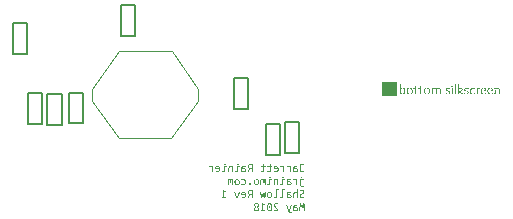
<source format=gbo>
G04                                                      *
G04 Greetings!                                           *
G04 This Gerber was generated by PCBmodE, an open source *
G04 PCB design software. Get it here:                    *
G04                                                      *
G04   http://pcbmode.com                                 *
G04                                                      *
G04 Also visit                                           *
G04                                                      *
G04   http://boldport.com                                *
G04                                                      *
G04 and follow @boldport / @pcbmode for updates!         *
G04                                                      *

G04 leading zeros omitted (L); absolute data (A); 6 integer digits and 6 fractional digits *
%FSLAX66Y66*%

G04 mode (MO): millimeters (MM) *
%MOMM*%

G04 Aperture definitions *
%ADD10C,0.001X*%
%ADD11C,0.001X*%
%ADD20C,0.15X*%
%ADD21C,0.10X*%

%LPD*%
D20*
G01X27796726Y-17870176D02*
G01X27796726Y-15270176D01*
G01X26596726Y-15270176D01*
G01X26596726Y-17870176D01*
G01X27796726Y-17870176D01*
D20*
G01X29456391Y-17748788D02*
G01X29456391Y-15148788D01*
G01X28256391Y-15148788D01*
G01X28256391Y-17748788D01*
G01X29456391Y-17748788D01*
D20*
G01X25136033Y-14007863D02*
G01X25136033Y-11407863D01*
G01X23936034Y-11407863D01*
G01X23936034Y-14007863D01*
G01X25136033Y-14007863D01*
D20*
G01X15515780Y-7846458D02*
G01X15515780Y-5246458D01*
G01X14315781Y-5246458D01*
G01X14315781Y-7846458D01*
G01X15515780Y-7846458D01*
D20*
G01X6417601Y-9357422D02*
G01X6417601Y-6757422D01*
G01X5217601Y-6757422D01*
G01X5217601Y-9357422D01*
G01X6417601Y-9357422D01*
D20*
G01X7693391Y-15298261D02*
G01X7693391Y-12698261D01*
G01X6493392Y-12698261D01*
G01X6493392Y-15298261D01*
G01X7693391Y-15298261D01*
D20*
G01X9320818Y-15347614D02*
G01X9320818Y-12747614D01*
G01X8120819Y-12747614D01*
G01X8120819Y-15347614D01*
G01X9320818Y-15347614D01*
D20*
G01X11157920Y-15238313D02*
G01X11157920Y-12638313D01*
G01X9957919Y-12638313D01*
G01X9957919Y-15238313D01*
G01X11157920Y-15238313D01*
D21*
G01X20881805Y-12305240D02*
G01X18645371Y-9136690D01*
G01X14194726Y-9136970D01*
G01X11928900Y-12310250D01*
G01X11928849Y-13337939D01*
G01X14165230Y-16506178D01*
G01X18615875Y-16506108D01*
G01X20881701Y-13333039D01*
G01X20881701Y-12305039D01*
G36*
G01X29902746Y-19308217D02*
G01X29866759Y-19234633D01*
G01X29866759Y-19234633D01*
G01X29825749Y-19260076D01*
G01X29811168Y-19267665D01*
G01X29811168Y-19267665D01*
G01X29747985Y-19284086D01*
G01X29730333Y-19285121D01*
G01X29730333Y-19285121D01*
G01X29675330Y-19277894D01*
G01X29634157Y-19256214D01*
G01X29625329Y-19247792D01*
G01X29625329Y-19247792D01*
G01X29598941Y-19190520D01*
G01X29591164Y-19134761D01*
G01X29590685Y-19121303D01*
G01X29590685Y-18745326D01*
G01X29822716Y-18745326D01*
G01X29822716Y-18667983D01*
G01X29500451Y-18667983D01*
G01X29500451Y-19129897D01*
G01X29500451Y-19129897D01*
G01X29503619Y-19181446D01*
G01X29510924Y-19221205D01*
G01X29510924Y-19221205D01*
G01X29537852Y-19282436D01*
G01X29547179Y-19295595D01*
G01X29547179Y-19295595D01*
G01X29598746Y-19336420D01*
G01X29616466Y-19345278D01*
G01X29616466Y-19345278D01*
G01X29680828Y-19360501D01*
G01X29724143Y-19363521D01*
G01X29726037Y-19363539D01*
G01X29726037Y-19363539D01*
G01X29800181Y-19355545D01*
G01X29835628Y-19345267D01*
G01X29836950Y-19344740D01*
G01X29836950Y-19344740D01*
G01X29895796Y-19313409D01*
G01X29902746Y-19308217D01*
G37*
G36*
G01X29348449Y-19197035D02*
G01X29348449Y-19197035D01*
G01X29340393Y-19145680D01*
G01X29329381Y-19122914D01*
G01X29329381Y-19122914D01*
G01X29286191Y-19078294D01*
G01X29279967Y-19074037D01*
G01X29279967Y-19074037D01*
G01X29221494Y-19049710D01*
G01X29210412Y-19046913D01*
G01X29210412Y-19046913D01*
G01X29145409Y-19038977D01*
G01X29131994Y-19038588D01*
G01X29131994Y-19038588D01*
G01X29081861Y-19041317D01*
G01X29032441Y-19049504D01*
G01X29026183Y-19050942D01*
G01X29026183Y-19025697D01*
G01X29026183Y-19025697D01*
G01X29031286Y-18981117D01*
G01X29031286Y-18981117D01*
G01X29050084Y-18941908D01*
G01X29050084Y-18941908D01*
G01X29087413Y-18913979D01*
G01X29087413Y-18913979D01*
G01X29144439Y-18903844D01*
G01X29148107Y-18903774D01*
G01X29148107Y-18903774D01*
G01X29201374Y-18906172D01*
G01X29230822Y-18910219D01*
G01X29230822Y-18910219D01*
G01X29284090Y-18922958D01*
G01X29284533Y-18923110D01*
G01X29295812Y-18848451D01*
G01X29295812Y-18848451D01*
G01X29251454Y-18836189D01*
G01X29233507Y-18833144D01*
G01X29233507Y-18833144D01*
G01X29166571Y-18827083D01*
G01X29140587Y-18826430D01*
G01X29140587Y-18826430D01*
G01X29086169Y-18830279D01*
G01X29044445Y-18840663D01*
G01X29044445Y-18840663D01*
G01X28988634Y-18873397D01*
G01X28981066Y-18880409D01*
G01X28981066Y-18880409D01*
G01X28949571Y-18934176D01*
G01X28946959Y-18942177D01*
G01X28946959Y-18942177D01*
G01X28937526Y-19006270D01*
G01X28937023Y-19021401D01*
G01X28937023Y-19340444D01*
G01X28937023Y-19340444D01*
G01X28981615Y-19347623D01*
G01X29021080Y-19353603D01*
G01X29021080Y-19353603D01*
G01X29090827Y-19360231D01*
G01X29128186Y-19361389D01*
G01X29128771Y-19361391D01*
G01X29128771Y-19361391D01*
G01X29179791Y-19358604D01*
G01X29210143Y-19354140D01*
G01X29210143Y-19354140D01*
G01X29271216Y-19333541D01*
G01X29280504Y-19328627D01*
G01X29280504Y-19328627D01*
G01X29325394Y-19285357D01*
G01X29329918Y-19278407D01*
G01X29329918Y-19278407D01*
G01X29347263Y-19216474D01*
G01X29348449Y-19197035D01*
G37*
%LPC*%
G36*
G01X29256066Y-19195961D02*
G01X29256066Y-19195961D01*
G01X29242742Y-19246285D01*
G01X29222496Y-19264711D01*
G01X29222496Y-19264711D01*
G01X29160319Y-19282165D01*
G01X29131994Y-19284047D01*
G01X29131994Y-19284047D01*
G01X29081014Y-19282602D01*
G01X29071032Y-19281899D01*
G01X29071032Y-19281899D01*
G01X29026183Y-19276528D01*
G01X29026183Y-19124526D01*
G01X29026183Y-19124526D01*
G01X29068615Y-19115932D01*
G01X29068615Y-19115932D01*
G01X29120585Y-19112709D01*
G01X29120714Y-19112709D01*
G01X29120714Y-19112709D01*
G01X29170128Y-19116469D01*
G01X29170128Y-19116469D01*
G01X29213097Y-19130165D01*
G01X29213097Y-19130165D01*
G01X29243981Y-19155946D01*
G01X29243981Y-19155946D01*
G01X29256066Y-19195961D01*
G37*
%LPD*%
G36*
G01X28744738Y-19349037D02*
G01X28744738Y-18866176D01*
G01X28744738Y-18866176D01*
G01X28695241Y-18851032D01*
G01X28645537Y-18839632D01*
G01X28595624Y-18831975D01*
G01X28545504Y-18828061D01*
G01X28518078Y-18827504D01*
G01X28518078Y-18827504D01*
G01X28467019Y-18829015D01*
G01X28450939Y-18830190D01*
G01X28450939Y-18830190D01*
G01X28389221Y-18840082D01*
G01X28380578Y-18842006D01*
G01X28397228Y-18922035D01*
G01X28397228Y-18922035D01*
G01X28447874Y-18911118D01*
G01X28459533Y-18909682D01*
G01X28459533Y-18909682D01*
G01X28516314Y-18907004D01*
G01X28518078Y-18906996D01*
G01X28518078Y-18906996D01*
G01X28568054Y-18909570D01*
G01X28618619Y-18917291D01*
G01X28654503Y-18925795D01*
G01X28654503Y-19349037D01*
G01X28744738Y-19349037D01*
G37*
G36*
G01X28194738Y-19349037D02*
G01X28194738Y-18866176D01*
G01X28194738Y-18866176D01*
G01X28145241Y-18851032D01*
G01X28095537Y-18839632D01*
G01X28045624Y-18831975D01*
G01X27995504Y-18828061D01*
G01X27968078Y-18827504D01*
G01X27968078Y-18827504D01*
G01X27917019Y-18829015D01*
G01X27900939Y-18830190D01*
G01X27900939Y-18830190D01*
G01X27839221Y-18840082D01*
G01X27830578Y-18842006D01*
G01X27847228Y-18922035D01*
G01X27847228Y-18922035D01*
G01X27897874Y-18911118D01*
G01X27909533Y-18909682D01*
G01X27909533Y-18909682D01*
G01X27966314Y-18907004D01*
G01X27968078Y-18906996D01*
G01X27968078Y-18906996D01*
G01X28018054Y-18909570D01*
G01X28068619Y-18917291D01*
G01X28104503Y-18925795D01*
G01X28104503Y-19349037D01*
G01X28194738Y-19349037D01*
G37*
G36*
G01X27718322Y-19094985D02*
G01X27718322Y-19094985D01*
G01X27714627Y-19040812D01*
G01X27703541Y-18992893D01*
G01X27697374Y-18976283D01*
G01X27697374Y-18976283D01*
G01X27661992Y-18915590D01*
G01X27642321Y-18892763D01*
G01X27642321Y-18892763D01*
G01X27642321Y-18892763D01*
G01X27586780Y-18853171D01*
G01X27565514Y-18843080D01*
G01X27565514Y-18843080D01*
G01X27499852Y-18827848D01*
G01X27477697Y-18826430D01*
G01X27477697Y-18826430D01*
G01X27421570Y-18831850D01*
G01X27373439Y-18848112D01*
G01X27333303Y-18875214D01*
G01X27317907Y-18890883D01*
G01X27317907Y-18890883D01*
G01X27285458Y-18948622D01*
G01X27268795Y-19012807D01*
G01X27262656Y-19064906D01*
G01X27261779Y-19086391D01*
G01X27261779Y-19086391D01*
G01X27261779Y-19118080D01*
G01X27627013Y-19118080D01*
G01X27627013Y-19118080D01*
G01X27616959Y-19172657D01*
G01X27594961Y-19216376D01*
G01X27574913Y-19238393D01*
G01X27574913Y-19238393D01*
G01X27515358Y-19268909D01*
G01X27460581Y-19278842D01*
G01X27443322Y-19279750D01*
G01X27443322Y-19279750D01*
G01X27389643Y-19276852D01*
G01X27360875Y-19271962D01*
G01X27360875Y-19271962D01*
G01X27309384Y-19255740D01*
G01X27309044Y-19255580D01*
G01X27297228Y-19332387D01*
G01X27297228Y-19332387D01*
G01X27341293Y-19347366D01*
G01X27356579Y-19351186D01*
G01X27356579Y-19351186D01*
G01X27423307Y-19360262D01*
G01X27453527Y-19361391D01*
G01X27453527Y-19361391D01*
G01X27507363Y-19357617D01*
G01X27555240Y-19346295D01*
G01X27569542Y-19340981D01*
G01X27569542Y-19340981D01*
G01X27629766Y-19305531D01*
G01X27652526Y-19285390D01*
G01X27652526Y-19285390D01*
G01X27652526Y-19285390D01*
G01X27690108Y-19229038D01*
G01X27701940Y-19201064D01*
G01X27701940Y-19201064D01*
G01X27715883Y-19133327D01*
G01X27718318Y-19095585D01*
G01X27718322Y-19094985D01*
G37*
%LPC*%
G36*
G01X27624865Y-19044496D02*
G01X27354162Y-19044496D01*
G01X27354162Y-19044496D01*
G01X27361378Y-18990445D01*
G01X27383029Y-18947872D01*
G01X27388268Y-18941640D01*
G01X27388268Y-18941640D01*
G01X27446309Y-18908507D01*
G01X27478771Y-18903774D01*
G01X27478771Y-18903774D01*
G01X27478771Y-18903774D01*
G01X27528374Y-18912505D01*
G01X27536242Y-18915859D01*
G01X27536242Y-18915859D01*
G01X27580373Y-18947091D01*
G01X27580822Y-18947548D01*
G01X27580822Y-18947548D01*
G01X27610470Y-18992301D01*
G01X27610631Y-18992665D01*
G01X27610631Y-18992665D01*
G01X27624816Y-19044119D01*
G01X27624865Y-19044496D01*
G37*
%LPD*%
G36*
G01X27143078Y-18914516D02*
G01X27143078Y-18838783D01*
G01X27035119Y-18838783D01*
G01X27035119Y-18695375D01*
G01X26944884Y-18680336D01*
G01X26944884Y-18838783D01*
G01X26729503Y-18838783D01*
G01X26729503Y-18914516D01*
G01X26944884Y-18914516D01*
G01X26944884Y-19151918D01*
G01X26944884Y-19151918D01*
G01X26941447Y-19204512D01*
G01X26939513Y-19214760D01*
G01X26939513Y-19214760D01*
G01X26921520Y-19253700D01*
G01X26921520Y-19253700D01*
G01X26889025Y-19274111D01*
G01X26889025Y-19274111D01*
G01X26840685Y-19279750D01*
G01X26840685Y-19279750D01*
G01X26788158Y-19275665D01*
G01X26776769Y-19273036D01*
G01X26776769Y-19273036D01*
G01X26730578Y-19255580D01*
G01X26717150Y-19332387D01*
G01X26717150Y-19332387D01*
G01X26763639Y-19349217D01*
G01X26766295Y-19350112D01*
G01X26766295Y-19350112D01*
G01X26829737Y-19360669D01*
G01X26849279Y-19361391D01*
G01X26849279Y-19361391D01*
G01X26903895Y-19357619D01*
G01X26942736Y-19347963D01*
G01X26942736Y-19347963D01*
G01X26994963Y-19313546D01*
G01X26999669Y-19308217D01*
G01X26999669Y-19308217D01*
G01X27025424Y-19252080D01*
G01X27027599Y-19242958D01*
G01X27027599Y-19242958D01*
G01X27034433Y-19177622D01*
G01X27035119Y-19151918D01*
G01X27035119Y-18914516D01*
G01X27143078Y-18914516D01*
G37*
G36*
G01X26593078Y-18914516D02*
G01X26593078Y-18838783D01*
G01X26485119Y-18838783D01*
G01X26485119Y-18695375D01*
G01X26394884Y-18680336D01*
G01X26394884Y-18838783D01*
G01X26179503Y-18838783D01*
G01X26179503Y-18914516D01*
G01X26394884Y-18914516D01*
G01X26394884Y-19151918D01*
G01X26394884Y-19151918D01*
G01X26391447Y-19204512D01*
G01X26389513Y-19214760D01*
G01X26389513Y-19214760D01*
G01X26371520Y-19253700D01*
G01X26371520Y-19253700D01*
G01X26339025Y-19274111D01*
G01X26339025Y-19274111D01*
G01X26290685Y-19279750D01*
G01X26290685Y-19279750D01*
G01X26238158Y-19275665D01*
G01X26226769Y-19273036D01*
G01X26226769Y-19273036D01*
G01X26180578Y-19255580D01*
G01X26167150Y-19332387D01*
G01X26167150Y-19332387D01*
G01X26213639Y-19349217D01*
G01X26216295Y-19350112D01*
G01X26216295Y-19350112D01*
G01X26279737Y-19360669D01*
G01X26299279Y-19361391D01*
G01X26299279Y-19361391D01*
G01X26353895Y-19357619D01*
G01X26392736Y-19347963D01*
G01X26392736Y-19347963D01*
G01X26444963Y-19313546D01*
G01X26449669Y-19308217D01*
G01X26449669Y-19308217D01*
G01X26475424Y-19252080D01*
G01X26477599Y-19242958D01*
G01X26477599Y-19242958D01*
G01X26484433Y-19177622D01*
G01X26485119Y-19151918D01*
G01X26485119Y-18914516D01*
G01X26593078Y-18914516D01*
G37*
G36*
G01X25501671Y-19349037D02*
G01X25501671Y-18678188D01*
G01X25501671Y-18678188D01*
G01X25463805Y-18670400D01*
G01X25463805Y-18670400D01*
G01X25420031Y-18665297D01*
G01X25420031Y-18665297D01*
G01X25375451Y-18662612D01*
G01X25375451Y-18662612D01*
G01X25335704Y-18661537D01*
G01X25335704Y-18661537D01*
G01X25275848Y-18665186D01*
G01X25224198Y-18676133D01*
G01X25180753Y-18694378D01*
G01X25150402Y-18715517D01*
G01X25150402Y-18715517D01*
G01X25110397Y-18771821D01*
G01X25092713Y-18831324D01*
G01X25088234Y-18870801D01*
G01X25088097Y-18875844D01*
G01X25088097Y-18875844D01*
G01X25094205Y-18927107D01*
G01X25112528Y-18972809D01*
G01X25121129Y-18986488D01*
G01X25121129Y-18986488D01*
G01X25170359Y-19035852D01*
G01X25207461Y-19059075D01*
G01X25210558Y-19060610D01*
G01X25173497Y-19120766D01*
G01X25132140Y-19192201D01*
G01X25090783Y-19270619D01*
G01X25090783Y-19270619D01*
G01X25068191Y-19316625D01*
G01X25053185Y-19349037D01*
G01X25149865Y-19349037D01*
G01X25149865Y-19349037D01*
G01X25170103Y-19302220D01*
G01X25191501Y-19256515D01*
G01X25214060Y-19211921D01*
G01X25221837Y-19197304D01*
G01X25221837Y-19197304D01*
G01X25261401Y-19130272D01*
G01X25289288Y-19089637D01*
G01X25297033Y-19079408D01*
G01X25297033Y-19079408D01*
G01X25316369Y-19080483D01*
G01X25333556Y-19080483D01*
G01X25410363Y-19080483D01*
G01X25410363Y-19349037D01*
G01X25501671Y-19349037D01*
G37*
%LPC*%
G36*
G01X25410363Y-19005824D02*
G01X25352355Y-19005824D01*
G01X25352355Y-19005824D01*
G01X25300790Y-19003193D01*
G01X25281188Y-19000453D01*
G01X25281188Y-19000453D01*
G01X25228322Y-18980751D01*
G01X25227208Y-18980043D01*
G01X25227208Y-18980043D01*
G01X25192742Y-18939589D01*
G01X25192565Y-18939223D01*
G01X25192565Y-18939223D01*
G01X25180718Y-18879568D01*
G01X25180480Y-18871547D01*
G01X25180480Y-18871547D01*
G01X25187460Y-18819509D01*
G01X25192565Y-18806557D01*
G01X25192565Y-18806557D01*
G01X25224470Y-18766582D01*
G01X25224523Y-18766542D01*
G01X25224523Y-18766542D01*
G01X25271219Y-18745602D01*
G01X25271251Y-18745595D01*
G01X25271251Y-18745595D01*
G01X25326943Y-18739429D01*
G01X25328185Y-18739418D01*
G01X25328185Y-18739418D01*
G01X25377062Y-18739955D01*
G01X25377062Y-18739955D01*
G01X25410363Y-18743178D01*
G01X25410363Y-19005824D01*
G37*
%LPD*%
G36*
G01X24948449Y-19197035D02*
G01X24948449Y-19197035D01*
G01X24940393Y-19145680D01*
G01X24929381Y-19122914D01*
G01X24929381Y-19122914D01*
G01X24886191Y-19078294D01*
G01X24879967Y-19074037D01*
G01X24879967Y-19074037D01*
G01X24821494Y-19049710D01*
G01X24810412Y-19046913D01*
G01X24810412Y-19046913D01*
G01X24745409Y-19038977D01*
G01X24731994Y-19038588D01*
G01X24731994Y-19038588D01*
G01X24681861Y-19041317D01*
G01X24632441Y-19049504D01*
G01X24626183Y-19050942D01*
G01X24626183Y-19025697D01*
G01X24626183Y-19025697D01*
G01X24631286Y-18981117D01*
G01X24631286Y-18981117D01*
G01X24650084Y-18941908D01*
G01X24650084Y-18941908D01*
G01X24687413Y-18913979D01*
G01X24687413Y-18913979D01*
G01X24744439Y-18903844D01*
G01X24748107Y-18903774D01*
G01X24748107Y-18903774D01*
G01X24801374Y-18906172D01*
G01X24830822Y-18910219D01*
G01X24830822Y-18910219D01*
G01X24884090Y-18922958D01*
G01X24884533Y-18923110D01*
G01X24895812Y-18848451D01*
G01X24895812Y-18848451D01*
G01X24851454Y-18836189D01*
G01X24833507Y-18833144D01*
G01X24833507Y-18833144D01*
G01X24766571Y-18827083D01*
G01X24740587Y-18826430D01*
G01X24740587Y-18826430D01*
G01X24686169Y-18830279D01*
G01X24644445Y-18840663D01*
G01X24644445Y-18840663D01*
G01X24588634Y-18873397D01*
G01X24581066Y-18880409D01*
G01X24581066Y-18880409D01*
G01X24549571Y-18934176D01*
G01X24546959Y-18942177D01*
G01X24546959Y-18942177D01*
G01X24537526Y-19006270D01*
G01X24537023Y-19021401D01*
G01X24537023Y-19340444D01*
G01X24537023Y-19340444D01*
G01X24581615Y-19347623D01*
G01X24621080Y-19353603D01*
G01X24621080Y-19353603D01*
G01X24690827Y-19360231D01*
G01X24728186Y-19361389D01*
G01X24728771Y-19361391D01*
G01X24728771Y-19361391D01*
G01X24779791Y-19358604D01*
G01X24810143Y-19354140D01*
G01X24810143Y-19354140D01*
G01X24871216Y-19333541D01*
G01X24880504Y-19328627D01*
G01X24880504Y-19328627D01*
G01X24925394Y-19285357D01*
G01X24929918Y-19278407D01*
G01X24929918Y-19278407D01*
G01X24947263Y-19216474D01*
G01X24948449Y-19197035D01*
G37*
%LPC*%
G36*
G01X24856066Y-19195961D02*
G01X24856066Y-19195961D01*
G01X24842742Y-19246285D01*
G01X24822496Y-19264711D01*
G01X24822496Y-19264711D01*
G01X24760319Y-19282165D01*
G01X24731994Y-19284047D01*
G01X24731994Y-19284047D01*
G01X24681014Y-19282602D01*
G01X24671032Y-19281899D01*
G01X24671032Y-19281899D01*
G01X24626183Y-19276528D01*
G01X24626183Y-19124526D01*
G01X24626183Y-19124526D01*
G01X24668615Y-19115932D01*
G01X24668615Y-19115932D01*
G01X24720585Y-19112709D01*
G01X24720714Y-19112709D01*
G01X24720714Y-19112709D01*
G01X24770128Y-19116469D01*
G01X24770128Y-19116469D01*
G01X24813097Y-19130165D01*
G01X24813097Y-19130165D01*
G01X24843981Y-19155946D01*
G01X24843981Y-19155946D01*
G01X24856066Y-19195961D01*
G37*
%LPD*%
G36*
G01X24402746Y-18914516D02*
G01X24402746Y-18838783D01*
G01X24165343Y-18838783D01*
G01X24165343Y-19151918D01*
G01X24165343Y-19151918D01*
G01X24160517Y-19213174D01*
G01X24146038Y-19251537D01*
G01X24144396Y-19253700D01*
G01X24144396Y-19253700D01*
G01X24090028Y-19279178D01*
G01X24081554Y-19279750D01*
G01X24081554Y-19279750D01*
G01X24031175Y-19274123D01*
G01X24023009Y-19271962D01*
G01X24023009Y-19271962D01*
G01X23980578Y-19255580D01*
G01X23967150Y-19332387D01*
G01X23967150Y-19332387D01*
G01X23985949Y-19340712D01*
G01X23985949Y-19340712D01*
G01X24014147Y-19350112D01*
G01X24014147Y-19350112D01*
G01X24049328Y-19357900D01*
G01X24049328Y-19357900D01*
G01X24089611Y-19361391D01*
G01X24089611Y-19361391D01*
G01X24143255Y-19356229D01*
G01X24169909Y-19347963D01*
G01X24169909Y-19347963D01*
G01X24217983Y-19311917D01*
G01X24220934Y-19308217D01*
G01X24220934Y-19308217D01*
G01X24245739Y-19251525D01*
G01X24247789Y-19242958D01*
G01X24247789Y-19242958D01*
G01X24254868Y-19177622D01*
G01X24255578Y-19151918D01*
G01X24255578Y-18914516D01*
G01X24402746Y-18914516D01*
G37*
G36*
G01X24302843Y-18685976D02*
G01X24302843Y-18685976D01*
G01X24288063Y-18638720D01*
G01X24281896Y-18631996D01*
G01X24281896Y-18631996D01*
G01X24233010Y-18612133D01*
G01X24232482Y-18612123D01*
G01X24232482Y-18612123D01*
G01X24186278Y-18628580D01*
G01X24182531Y-18631996D01*
G01X24182531Y-18631996D01*
G01X24162189Y-18683837D01*
G01X24162121Y-18685976D01*
G01X24162121Y-18685976D01*
G01X24181443Y-18738548D01*
G01X24182531Y-18739687D01*
G01X24182531Y-18739687D01*
G01X24231934Y-18759281D01*
G01X24232482Y-18759291D01*
G01X24232482Y-18759291D01*
G01X24278496Y-18742698D01*
G01X24281896Y-18739687D01*
G01X24281896Y-18739687D01*
G01X24302772Y-18688114D01*
G01X24302843Y-18685976D01*
G37*
G36*
G01X23834484Y-19349037D02*
G01X23834484Y-18852748D01*
G01X23834484Y-18852748D01*
G01X23785137Y-18841872D01*
G01X23735924Y-18833949D01*
G01X23735924Y-18833949D01*
G01X23735924Y-18833949D01*
G01X23666561Y-18828091D01*
G01X23643810Y-18827504D01*
G01X23643810Y-18827504D01*
G01X23587051Y-18832266D01*
G01X23539235Y-18846550D01*
G01X23500361Y-18870357D01*
G01X23489391Y-18880409D01*
G01X23489391Y-18880409D01*
G01X23456569Y-18935864D01*
G01X23441484Y-18997524D01*
G01X23437237Y-19041654D01*
G01X23437023Y-19049867D01*
G01X23437023Y-19349037D01*
G01X23527257Y-19349037D01*
G01X23527257Y-19066518D01*
G01X23527257Y-19066518D01*
G01X23530664Y-19012367D01*
G01X23536120Y-18986220D01*
G01X23536120Y-18986220D01*
G01X23560534Y-18938477D01*
G01X23560827Y-18938149D01*
G01X23560827Y-18938149D01*
G01X23599230Y-18914516D01*
G01X23599230Y-18914516D01*
G01X23648107Y-18908071D01*
G01X23648107Y-18908071D01*
G01X23695104Y-18910756D01*
G01X23695104Y-18910756D01*
G01X23743175Y-18917738D01*
G01X23743175Y-19349037D01*
G01X23834484Y-19349037D01*
G37*
G36*
G01X23302746Y-18914516D02*
G01X23302746Y-18838783D01*
G01X23065343Y-18838783D01*
G01X23065343Y-19151918D01*
G01X23065343Y-19151918D01*
G01X23060517Y-19213174D01*
G01X23046038Y-19251537D01*
G01X23044396Y-19253700D01*
G01X23044396Y-19253700D01*
G01X22990028Y-19279178D01*
G01X22981554Y-19279750D01*
G01X22981554Y-19279750D01*
G01X22931175Y-19274123D01*
G01X22923009Y-19271962D01*
G01X22923009Y-19271962D01*
G01X22880578Y-19255580D01*
G01X22867150Y-19332387D01*
G01X22867150Y-19332387D01*
G01X22885949Y-19340712D01*
G01X22885949Y-19340712D01*
G01X22914147Y-19350112D01*
G01X22914147Y-19350112D01*
G01X22949328Y-19357900D01*
G01X22949328Y-19357900D01*
G01X22989611Y-19361391D01*
G01X22989611Y-19361391D01*
G01X23043255Y-19356229D01*
G01X23069909Y-19347963D01*
G01X23069909Y-19347963D01*
G01X23117983Y-19311917D01*
G01X23120934Y-19308217D01*
G01X23120934Y-19308217D01*
G01X23145739Y-19251525D01*
G01X23147789Y-19242958D01*
G01X23147789Y-19242958D01*
G01X23154868Y-19177622D01*
G01X23155578Y-19151918D01*
G01X23155578Y-18914516D01*
G01X23302746Y-18914516D01*
G37*
G36*
G01X23202843Y-18685976D02*
G01X23202843Y-18685976D01*
G01X23188063Y-18638720D01*
G01X23181896Y-18631996D01*
G01X23181896Y-18631996D01*
G01X23133010Y-18612133D01*
G01X23132482Y-18612123D01*
G01X23132482Y-18612123D01*
G01X23086278Y-18628580D01*
G01X23082531Y-18631996D01*
G01X23082531Y-18631996D01*
G01X23062189Y-18683837D01*
G01X23062121Y-18685976D01*
G01X23062121Y-18685976D01*
G01X23081443Y-18738548D01*
G01X23082531Y-18739687D01*
G01X23082531Y-18739687D01*
G01X23131934Y-18759281D01*
G01X23132482Y-18759291D01*
G01X23132482Y-18759291D01*
G01X23178496Y-18742698D01*
G01X23181896Y-18739687D01*
G01X23181896Y-18739687D01*
G01X23202772Y-18688114D01*
G01X23202843Y-18685976D01*
G37*
G36*
G01X22768322Y-19094985D02*
G01X22768322Y-19094985D01*
G01X22764627Y-19040812D01*
G01X22753541Y-18992893D01*
G01X22747374Y-18976283D01*
G01X22747374Y-18976283D01*
G01X22711992Y-18915590D01*
G01X22692321Y-18892763D01*
G01X22692321Y-18892763D01*
G01X22692321Y-18892763D01*
G01X22636780Y-18853171D01*
G01X22615514Y-18843080D01*
G01X22615514Y-18843080D01*
G01X22549852Y-18827848D01*
G01X22527697Y-18826430D01*
G01X22527697Y-18826430D01*
G01X22471570Y-18831850D01*
G01X22423439Y-18848112D01*
G01X22383303Y-18875214D01*
G01X22367907Y-18890883D01*
G01X22367907Y-18890883D01*
G01X22335458Y-18948622D01*
G01X22318795Y-19012807D01*
G01X22312656Y-19064906D01*
G01X22311779Y-19086391D01*
G01X22311779Y-19086391D01*
G01X22311779Y-19118080D01*
G01X22677013Y-19118080D01*
G01X22677013Y-19118080D01*
G01X22666959Y-19172657D01*
G01X22644961Y-19216376D01*
G01X22624914Y-19238393D01*
G01X22624914Y-19238393D01*
G01X22565359Y-19268909D01*
G01X22510582Y-19278842D01*
G01X22493322Y-19279750D01*
G01X22493322Y-19279750D01*
G01X22439643Y-19276852D01*
G01X22410875Y-19271962D01*
G01X22410875Y-19271962D01*
G01X22359384Y-19255740D01*
G01X22359044Y-19255580D01*
G01X22347228Y-19332387D01*
G01X22347228Y-19332387D01*
G01X22391293Y-19347366D01*
G01X22406579Y-19351186D01*
G01X22406579Y-19351186D01*
G01X22473307Y-19360262D01*
G01X22503527Y-19361391D01*
G01X22503527Y-19361391D01*
G01X22557363Y-19357617D01*
G01X22605240Y-19346295D01*
G01X22619542Y-19340981D01*
G01X22619542Y-19340981D01*
G01X22679766Y-19305531D01*
G01X22702526Y-19285390D01*
G01X22702526Y-19285390D01*
G01X22702526Y-19285390D01*
G01X22740108Y-19229038D01*
G01X22751940Y-19201064D01*
G01X22751940Y-19201064D01*
G01X22765883Y-19133327D01*
G01X22768318Y-19095585D01*
G01X22768322Y-19094985D01*
G37*
%LPC*%
G36*
G01X22674865Y-19044496D02*
G01X22404162Y-19044496D01*
G01X22404162Y-19044496D01*
G01X22411378Y-18990445D01*
G01X22433029Y-18947872D01*
G01X22438268Y-18941640D01*
G01X22438268Y-18941640D01*
G01X22496309Y-18908507D01*
G01X22528771Y-18903774D01*
G01X22528771Y-18903774D01*
G01X22528771Y-18903774D01*
G01X22578374Y-18912505D01*
G01X22586242Y-18915859D01*
G01X22586242Y-18915859D01*
G01X22630374Y-18947091D01*
G01X22630822Y-18947548D01*
G01X22630822Y-18947548D01*
G01X22660471Y-18992301D01*
G01X22660631Y-18992665D01*
G01X22660631Y-18992665D01*
G01X22674816Y-19044119D01*
G01X22674865Y-19044496D01*
G37*
%LPD*%
G36*
G01X22144738Y-19349037D02*
G01X22144738Y-18866176D01*
G01X22144738Y-18866176D01*
G01X22095241Y-18851032D01*
G01X22045537Y-18839632D01*
G01X21995624Y-18831975D01*
G01X21945504Y-18828061D01*
G01X21918078Y-18827504D01*
G01X21918078Y-18827504D01*
G01X21867019Y-18829015D01*
G01X21850939Y-18830190D01*
G01X21850939Y-18830190D01*
G01X21789221Y-18840082D01*
G01X21780578Y-18842006D01*
G01X21797228Y-18922035D01*
G01X21797228Y-18922035D01*
G01X21847874Y-18911118D01*
G01X21859533Y-18909682D01*
G01X21859533Y-18909682D01*
G01X21916314Y-18907004D01*
G01X21918078Y-18906996D01*
G01X21918078Y-18906996D01*
G01X21968054Y-18909570D01*
G01X22018619Y-18917291D01*
G01X22054503Y-18925795D01*
G01X22054503Y-19349037D01*
G01X22144738Y-19349037D01*
G37*
G36*
G01X29884484Y-20599965D02*
G01X29856554Y-20522621D01*
G01X29856554Y-20522621D01*
G01X29810707Y-20540912D01*
G01X29795592Y-20545448D01*
G01X29795592Y-20545448D01*
G01X29735930Y-20554733D01*
G01X29731408Y-20554848D01*
G01X29731408Y-20554848D01*
G01X29680733Y-20545317D01*
G01X29658898Y-20532289D01*
G01X29658898Y-20532289D01*
G01X29633387Y-20476657D01*
G01X29630431Y-20444740D01*
G01X29630431Y-20014516D01*
G01X29837218Y-20014516D01*
G01X29837218Y-19938783D01*
G01X29540197Y-19938783D01*
G01X29540197Y-20443666D01*
G01X29540197Y-20443666D01*
G01X29544665Y-20496774D01*
G01X29554967Y-20533095D01*
G01X29554967Y-20533095D01*
G01X29588709Y-20587001D01*
G01X29594445Y-20592983D01*
G01X29594445Y-20592983D01*
G01X29646589Y-20624253D01*
G01X29651647Y-20626015D01*
G01X29651647Y-20626015D01*
G01X29713035Y-20635756D01*
G01X29720128Y-20635951D01*
G01X29720128Y-20635951D01*
G01X29769751Y-20632960D01*
G01X29804455Y-20627358D01*
G01X29804455Y-20627358D01*
G01X29867781Y-20607446D01*
G01X29884484Y-20599965D01*
G37*
G36*
G01X29693810Y-19785976D02*
G01X29693810Y-19785976D01*
G01X29679030Y-19738720D01*
G01X29672863Y-19731996D01*
G01X29672863Y-19731996D01*
G01X29623977Y-19712133D01*
G01X29623449Y-19712123D01*
G01X29623449Y-19712123D01*
G01X29577245Y-19728580D01*
G01X29573497Y-19731996D01*
G01X29573497Y-19731996D01*
G01X29553156Y-19783837D01*
G01X29553087Y-19785976D01*
G01X29553087Y-19785976D01*
G01X29572409Y-19838548D01*
G01X29573497Y-19839687D01*
G01X29573497Y-19839687D01*
G01X29622901Y-19859281D01*
G01X29623449Y-19859291D01*
G01X29623449Y-19859291D01*
G01X29669463Y-19842698D01*
G01X29672863Y-19839687D01*
G01X29672863Y-19839687D01*
G01X29693739Y-19788114D01*
G01X29693810Y-19785976D01*
G37*
G36*
G01X29294738Y-20449037D02*
G01X29294738Y-19966176D01*
G01X29294738Y-19966176D01*
G01X29245241Y-19951032D01*
G01X29195537Y-19939632D01*
G01X29145624Y-19931975D01*
G01X29095504Y-19928061D01*
G01X29068078Y-19927504D01*
G01X29068078Y-19927504D01*
G01X29017019Y-19929015D01*
G01X29000939Y-19930190D01*
G01X29000939Y-19930190D01*
G01X28939221Y-19940082D01*
G01X28930578Y-19942006D01*
G01X28947228Y-20022035D01*
G01X28947228Y-20022035D01*
G01X28997874Y-20011118D01*
G01X29009533Y-20009682D01*
G01X29009533Y-20009682D01*
G01X29066314Y-20007004D01*
G01X29068078Y-20006996D01*
G01X29068078Y-20006996D01*
G01X29118054Y-20009570D01*
G01X29168619Y-20017291D01*
G01X29204503Y-20025795D01*
G01X29204503Y-20449037D01*
G01X29294738Y-20449037D01*
G37*
G36*
G01X28798449Y-20297035D02*
G01X28798449Y-20297035D01*
G01X28790393Y-20245680D01*
G01X28779381Y-20222914D01*
G01X28779381Y-20222914D01*
G01X28736191Y-20178294D01*
G01X28729967Y-20174037D01*
G01X28729967Y-20174037D01*
G01X28671494Y-20149710D01*
G01X28660412Y-20146913D01*
G01X28660412Y-20146913D01*
G01X28595409Y-20138976D01*
G01X28581994Y-20138588D01*
G01X28581994Y-20138588D01*
G01X28531861Y-20141317D01*
G01X28482441Y-20149504D01*
G01X28476183Y-20150942D01*
G01X28476183Y-20125697D01*
G01X28476183Y-20125697D01*
G01X28481286Y-20081117D01*
G01X28481286Y-20081117D01*
G01X28500084Y-20041908D01*
G01X28500084Y-20041908D01*
G01X28537414Y-20013979D01*
G01X28537414Y-20013979D01*
G01X28594440Y-20003844D01*
G01X28598107Y-20003774D01*
G01X28598107Y-20003774D01*
G01X28651374Y-20006172D01*
G01X28680822Y-20010219D01*
G01X28680822Y-20010219D01*
G01X28734090Y-20022958D01*
G01X28734533Y-20023110D01*
G01X28745812Y-19948451D01*
G01X28745812Y-19948451D01*
G01X28701454Y-19936189D01*
G01X28683507Y-19933144D01*
G01X28683507Y-19933144D01*
G01X28616571Y-19927083D01*
G01X28590587Y-19926430D01*
G01X28590587Y-19926430D01*
G01X28536169Y-19930279D01*
G01X28494445Y-19940663D01*
G01X28494445Y-19940663D01*
G01X28438634Y-19973397D01*
G01X28431066Y-19980409D01*
G01X28431066Y-19980409D01*
G01X28399571Y-20034176D01*
G01X28396959Y-20042177D01*
G01X28396959Y-20042177D01*
G01X28387526Y-20106270D01*
G01X28387023Y-20121401D01*
G01X28387023Y-20440444D01*
G01X28387023Y-20440444D01*
G01X28431615Y-20447623D01*
G01X28471080Y-20453603D01*
G01X28471080Y-20453603D01*
G01X28540827Y-20460231D01*
G01X28578186Y-20461389D01*
G01X28578771Y-20461391D01*
G01X28578771Y-20461391D01*
G01X28629791Y-20458604D01*
G01X28660143Y-20454140D01*
G01X28660143Y-20454140D01*
G01X28721216Y-20433541D01*
G01X28730504Y-20428627D01*
G01X28730504Y-20428627D01*
G01X28775394Y-20385357D01*
G01X28779918Y-20378407D01*
G01X28779918Y-20378407D01*
G01X28797263Y-20316474D01*
G01X28798449Y-20297035D01*
G37*
%LPC*%
G36*
G01X28706066Y-20295961D02*
G01X28706066Y-20295961D01*
G01X28692742Y-20346285D01*
G01X28672497Y-20364711D01*
G01X28672497Y-20364711D01*
G01X28610319Y-20382165D01*
G01X28581994Y-20384047D01*
G01X28581994Y-20384047D01*
G01X28531014Y-20382602D01*
G01X28521032Y-20381899D01*
G01X28521032Y-20381899D01*
G01X28476183Y-20376528D01*
G01X28476183Y-20224526D01*
G01X28476183Y-20224526D01*
G01X28518615Y-20215932D01*
G01X28518615Y-20215932D01*
G01X28570585Y-20212709D01*
G01X28570714Y-20212709D01*
G01X28570714Y-20212709D01*
G01X28620128Y-20216469D01*
G01X28620128Y-20216469D01*
G01X28663097Y-20230165D01*
G01X28663097Y-20230165D01*
G01X28693981Y-20255946D01*
G01X28693981Y-20255946D01*
G01X28706066Y-20295961D01*
G37*
%LPD*%
G36*
G01X28252746Y-20014516D02*
G01X28252746Y-19938783D01*
G01X28015343Y-19938783D01*
G01X28015343Y-20251918D01*
G01X28015343Y-20251918D01*
G01X28010517Y-20313174D01*
G01X27996038Y-20351537D01*
G01X27994396Y-20353700D01*
G01X27994396Y-20353700D01*
G01X27940028Y-20379178D01*
G01X27931554Y-20379750D01*
G01X27931554Y-20379750D01*
G01X27881175Y-20374123D01*
G01X27873009Y-20371962D01*
G01X27873009Y-20371962D01*
G01X27830578Y-20355580D01*
G01X27817150Y-20432387D01*
G01X27817150Y-20432387D01*
G01X27835949Y-20440712D01*
G01X27835949Y-20440712D01*
G01X27864147Y-20450112D01*
G01X27864147Y-20450112D01*
G01X27899328Y-20457900D01*
G01X27899328Y-20457900D01*
G01X27939611Y-20461391D01*
G01X27939611Y-20461391D01*
G01X27993255Y-20456229D01*
G01X28019909Y-20447963D01*
G01X28019909Y-20447963D01*
G01X28067983Y-20411917D01*
G01X28070934Y-20408217D01*
G01X28070934Y-20408217D01*
G01X28095739Y-20351525D01*
G01X28097789Y-20342958D01*
G01X28097789Y-20342958D01*
G01X28104868Y-20277622D01*
G01X28105578Y-20251918D01*
G01X28105578Y-20014516D01*
G01X28252746Y-20014516D01*
G37*
G36*
G01X28152843Y-19785976D02*
G01X28152843Y-19785976D01*
G01X28138063Y-19738720D01*
G01X28131896Y-19731996D01*
G01X28131896Y-19731996D01*
G01X28083010Y-19712133D01*
G01X28082482Y-19712123D01*
G01X28082482Y-19712123D01*
G01X28036278Y-19728580D01*
G01X28032531Y-19731996D01*
G01X28032531Y-19731996D01*
G01X28012189Y-19783837D01*
G01X28012121Y-19785976D01*
G01X28012121Y-19785976D01*
G01X28031443Y-19838548D01*
G01X28032531Y-19839687D01*
G01X28032531Y-19839687D01*
G01X28081934Y-19859281D01*
G01X28082482Y-19859291D01*
G01X28082482Y-19859291D01*
G01X28128496Y-19842698D01*
G01X28131896Y-19839687D01*
G01X28131896Y-19839687D01*
G01X28152773Y-19788114D01*
G01X28152843Y-19785976D01*
G37*
G36*
G01X27684484Y-20449037D02*
G01X27684484Y-19952748D01*
G01X27684484Y-19952748D01*
G01X27635137Y-19941872D01*
G01X27585924Y-19933949D01*
G01X27585924Y-19933949D01*
G01X27585924Y-19933949D01*
G01X27516561Y-19928091D01*
G01X27493810Y-19927504D01*
G01X27493810Y-19927504D01*
G01X27437051Y-19932266D01*
G01X27389235Y-19946550D01*
G01X27350362Y-19970357D01*
G01X27339391Y-19980409D01*
G01X27339391Y-19980409D01*
G01X27306569Y-20035864D01*
G01X27291484Y-20097524D01*
G01X27287237Y-20141654D01*
G01X27287023Y-20149867D01*
G01X27287023Y-20449037D01*
G01X27377257Y-20449037D01*
G01X27377257Y-20166518D01*
G01X27377257Y-20166518D01*
G01X27380664Y-20112367D01*
G01X27386120Y-20086220D01*
G01X27386120Y-20086220D01*
G01X27410534Y-20038477D01*
G01X27410827Y-20038149D01*
G01X27410827Y-20038149D01*
G01X27449230Y-20014516D01*
G01X27449230Y-20014516D01*
G01X27498107Y-20008070D01*
G01X27498107Y-20008070D01*
G01X27545104Y-20010756D01*
G01X27545104Y-20010756D01*
G01X27593175Y-20017738D01*
G01X27593175Y-20449037D01*
G01X27684484Y-20449037D01*
G37*
G36*
G01X27152746Y-20014516D02*
G01X27152746Y-19938783D01*
G01X26915343Y-19938783D01*
G01X26915343Y-20251918D01*
G01X26915343Y-20251918D01*
G01X26910517Y-20313174D01*
G01X26896038Y-20351537D01*
G01X26894396Y-20353700D01*
G01X26894396Y-20353700D01*
G01X26840028Y-20379178D01*
G01X26831554Y-20379750D01*
G01X26831554Y-20379750D01*
G01X26781175Y-20374123D01*
G01X26773009Y-20371962D01*
G01X26773009Y-20371962D01*
G01X26730578Y-20355580D01*
G01X26717150Y-20432387D01*
G01X26717150Y-20432387D01*
G01X26735949Y-20440712D01*
G01X26735949Y-20440712D01*
G01X26764147Y-20450112D01*
G01X26764147Y-20450112D01*
G01X26799328Y-20457900D01*
G01X26799328Y-20457900D01*
G01X26839611Y-20461391D01*
G01X26839611Y-20461391D01*
G01X26893255Y-20456229D01*
G01X26919909Y-20447963D01*
G01X26919909Y-20447963D01*
G01X26967983Y-20411917D01*
G01X26970934Y-20408217D01*
G01X26970934Y-20408217D01*
G01X26995739Y-20351525D01*
G01X26997789Y-20342958D01*
G01X26997789Y-20342958D01*
G01X27004868Y-20277622D01*
G01X27005578Y-20251918D01*
G01X27005578Y-20014516D01*
G01X27152746Y-20014516D01*
G37*
G36*
G01X27052843Y-19785976D02*
G01X27052843Y-19785976D01*
G01X27038063Y-19738720D01*
G01X27031896Y-19731996D01*
G01X27031896Y-19731996D01*
G01X26983010Y-19712133D01*
G01X26982482Y-19712123D01*
G01X26982482Y-19712123D01*
G01X26936279Y-19728580D01*
G01X26932531Y-19731996D01*
G01X26932531Y-19731996D01*
G01X26912189Y-19783837D01*
G01X26912121Y-19785976D01*
G01X26912121Y-19785976D01*
G01X26931443Y-19838548D01*
G01X26932531Y-19839687D01*
G01X26932531Y-19839687D01*
G01X26981934Y-19859281D01*
G01X26982482Y-19859291D01*
G01X26982482Y-19859291D01*
G01X27028496Y-19842698D01*
G01X27031896Y-19839687D01*
G01X27031896Y-19839687D01*
G01X27052773Y-19788114D01*
G01X27052843Y-19785976D01*
G37*
G36*
G01X26617248Y-20449037D02*
G01X26617248Y-19952748D01*
G01X26617248Y-19952748D01*
G01X26565685Y-19936592D01*
G01X26516701Y-19928514D01*
G01X26493175Y-19927504D01*
G01X26493175Y-19927504D01*
G01X26442976Y-19933979D01*
G01X26433288Y-19936903D01*
G01X26433288Y-19936903D01*
G01X26385922Y-19965495D01*
G01X26385216Y-19966176D01*
G01X26385216Y-19966176D01*
G01X26340254Y-19938781D01*
G01X26292338Y-19927752D01*
G01X26283703Y-19927504D01*
G01X26283703Y-19927504D01*
G01X26234698Y-19937047D01*
G01X26233751Y-19937441D01*
G01X26233751Y-19937441D01*
G01X26192147Y-19967227D01*
G01X26192125Y-19967250D01*
G01X26192125Y-19967250D01*
G01X26163671Y-20015253D01*
G01X26163122Y-20016664D01*
G01X26163122Y-20016664D01*
G01X26152379Y-20077142D01*
G01X26152111Y-20085951D01*
G01X26152111Y-20449037D01*
G01X26234289Y-20449037D01*
G01X26234289Y-20083803D01*
G01X26234289Y-20083803D01*
G01X26245072Y-20033400D01*
G01X26252013Y-20023378D01*
G01X26252013Y-20023378D01*
G01X26296056Y-20002699D01*
G01X26296056Y-20002699D01*
G01X26296056Y-20002699D01*
G01X26323717Y-20009145D01*
G01X26323717Y-20009145D01*
G01X26349767Y-20030092D01*
G01X26349767Y-20030092D01*
G01X26343400Y-20079281D01*
G01X26343322Y-20085951D01*
G01X26343322Y-20251918D01*
G01X26426037Y-20251918D01*
G01X26426037Y-20084877D01*
G01X26426037Y-20084877D01*
G01X26433965Y-20033329D01*
G01X26438122Y-20024452D01*
G01X26438122Y-20024452D01*
G01X26484625Y-20002707D01*
G01X26485119Y-20002699D01*
G01X26485119Y-20002699D01*
G01X26533985Y-20012175D01*
G01X26534533Y-20012367D01*
G01X26534533Y-20449037D01*
G01X26617247Y-20449037D01*
G37*
G36*
G01X26068322Y-20193910D02*
G01X26068322Y-20193910D01*
G01X26064896Y-20141570D01*
G01X26054617Y-20093799D01*
G01X26051403Y-20083803D01*
G01X26051403Y-20083803D01*
G01X26019987Y-20021493D01*
G01X26003600Y-19999745D01*
G01X26003600Y-19999745D01*
G01X25951143Y-19957145D01*
G01X25930285Y-19945766D01*
G01X25930285Y-19945766D01*
G01X25865330Y-19928437D01*
G01X25838439Y-19926430D01*
G01X25838439Y-19926430D01*
G01X25787964Y-19931658D01*
G01X25744982Y-19945766D01*
G01X25744982Y-19945766D01*
G01X25688178Y-19983251D01*
G01X25671129Y-19999745D01*
G01X25671129Y-19999745D01*
G01X25634694Y-20056746D01*
G01X25623327Y-20083803D01*
G01X25623327Y-20083803D01*
G01X25609223Y-20150806D01*
G01X25606425Y-20192162D01*
G01X25606408Y-20193910D01*
G01X25606408Y-20193910D01*
G01X25613602Y-20265291D01*
G01X25622853Y-20302051D01*
G01X25623327Y-20303481D01*
G01X25623327Y-20303481D01*
G01X25654742Y-20365597D01*
G01X25671129Y-20387538D01*
G01X25671129Y-20387538D01*
G01X25723895Y-20430626D01*
G01X25744982Y-20442055D01*
G01X25744982Y-20442055D01*
G01X25811003Y-20459383D01*
G01X25838439Y-20461391D01*
G01X25838439Y-20461391D01*
G01X25888856Y-20455959D01*
G01X25930285Y-20442055D01*
G01X25930285Y-20442055D01*
G01X25986600Y-20404261D01*
G01X26003600Y-20387538D01*
G01X26003600Y-20387538D01*
G01X26040035Y-20330344D01*
G01X26051403Y-20303481D01*
G01X26051403Y-20303481D01*
G01X26065507Y-20236926D01*
G01X26068305Y-20195659D01*
G01X26068322Y-20193910D01*
G37*
%LPC*%
G36*
G01X25974865Y-20193910D02*
G01X25974865Y-20193910D01*
G01X25970358Y-20249658D01*
G01X25956837Y-20296590D01*
G01X25938073Y-20329799D01*
G01X25938073Y-20329799D01*
G01X25881950Y-20370978D01*
G01X25841000Y-20379664D01*
G01X25838439Y-20379750D01*
G01X25838439Y-20379750D01*
G01X25788387Y-20370514D01*
G01X25748167Y-20342806D01*
G01X25737194Y-20329799D01*
G01X25737194Y-20329799D01*
G01X25710116Y-20269353D01*
G01X25700873Y-20213822D01*
G01X25699865Y-20193910D01*
G01X25699865Y-20193910D01*
G01X25704438Y-20137542D01*
G01X25718156Y-20090254D01*
G01X25737194Y-20056947D01*
G01X25737194Y-20056947D01*
G01X25792900Y-20016247D01*
G01X25834929Y-20007133D01*
G01X25838439Y-20006996D01*
G01X25838439Y-20006996D01*
G01X25888696Y-20016667D01*
G01X25928868Y-20045678D01*
G01X25938073Y-20056947D01*
G01X25938073Y-20056947D01*
G01X25964761Y-20117696D01*
G01X25973871Y-20173767D01*
G01X25974865Y-20193910D01*
G37*
%LPD*%
G36*
G01X25367931Y-20378676D02*
G01X25367931Y-20378676D01*
G01X25354533Y-20330954D01*
G01X25345910Y-20319325D01*
G01X25345910Y-20319325D01*
G01X25292052Y-20294165D01*
G01X25286290Y-20293813D01*
G01X25286290Y-20293813D01*
G01X25239151Y-20308394D01*
G01X25227746Y-20319057D01*
G01X25227746Y-20319057D01*
G01X25205959Y-20374148D01*
G01X25205724Y-20378676D01*
G01X25205724Y-20378676D01*
G01X25219468Y-20425917D01*
G01X25227746Y-20436952D01*
G01X25227746Y-20436952D01*
G01X25281115Y-20462155D01*
G01X25286290Y-20462465D01*
G01X25286290Y-20462465D01*
G01X25333925Y-20448114D01*
G01X25345910Y-20436952D01*
G01X25345910Y-20436952D01*
G01X25367727Y-20382640D01*
G01X25367931Y-20378676D01*
G37*
G36*
G01X24958654Y-20194985D02*
G01X24958654Y-20194985D01*
G01X24954952Y-20141284D01*
G01X24943847Y-20093813D01*
G01X24936632Y-20074941D01*
G01X24936632Y-20074941D01*
G01X24898776Y-20015026D01*
G01X24875985Y-19991459D01*
G01X24875939Y-19991420D01*
G01X24875939Y-19991420D01*
G01X24817650Y-19955188D01*
G01X24786302Y-19942562D01*
G01X24786242Y-19942543D01*
G01X24786242Y-19942543D01*
G01X24717484Y-19928967D01*
G01X24677762Y-19926438D01*
G01X24676671Y-19926430D01*
G01X24676671Y-19926430D01*
G01X24626035Y-19928789D01*
G01X24602550Y-19931532D01*
G01X24602550Y-19931532D01*
G01X24538944Y-19945279D01*
G01X24524132Y-19949526D01*
G01X24545080Y-20027944D01*
G01X24545080Y-20027944D01*
G01X24594969Y-20013491D01*
G01X24611681Y-20010756D01*
G01X24611681Y-20010756D01*
G01X24669873Y-20007015D01*
G01X24672374Y-20006996D01*
G01X24672374Y-20006996D01*
G01X24722851Y-20011559D01*
G01X24747301Y-20017470D01*
G01X24747301Y-20017470D01*
G01X24802559Y-20045957D01*
G01X24808263Y-20050502D01*
G01X24808263Y-20050502D01*
G01X24845560Y-20100454D01*
G01X24849621Y-20108778D01*
G01X24849621Y-20108778D01*
G01X24863958Y-20172167D01*
G01X24865197Y-20194985D01*
G01X24865197Y-20194985D01*
G01X24860149Y-20247258D01*
G01X24850695Y-20277968D01*
G01X24850695Y-20277968D01*
G01X24816012Y-20329734D01*
G01X24810412Y-20335170D01*
G01X24810412Y-20335170D01*
G01X24756383Y-20365948D01*
G01X24748375Y-20368739D01*
G01X24748375Y-20368739D01*
G01X24684313Y-20379146D01*
G01X24668078Y-20379750D01*
G01X24668078Y-20379750D01*
G01X24617377Y-20377691D01*
G01X24600402Y-20375990D01*
G01X24600402Y-20375990D01*
G01X24539308Y-20361986D01*
G01X24529503Y-20358803D01*
G01X24516076Y-20434535D01*
G01X24516076Y-20434535D01*
G01X24564338Y-20449318D01*
G01X24594225Y-20455214D01*
G01X24594225Y-20455214D01*
G01X24659702Y-20460933D01*
G01X24680431Y-20461391D01*
G01X24680431Y-20461391D01*
G01X24732707Y-20458063D01*
G01X24780823Y-20448081D01*
G01X24793224Y-20444203D01*
G01X24793224Y-20444203D01*
G01X24856267Y-20412648D01*
G01X24881041Y-20393984D01*
G01X24881041Y-20393984D01*
G01X24881041Y-20393984D01*
G01X24923440Y-20340105D01*
G01X24938244Y-20311000D01*
G01X24938244Y-20311000D01*
G01X24938244Y-20311000D01*
G01X24954874Y-20244159D01*
G01X24958598Y-20198644D01*
G01X24958654Y-20194985D01*
G37*
G36*
G01X24418322Y-20193910D02*
G01X24418322Y-20193910D01*
G01X24414896Y-20141570D01*
G01X24404617Y-20093799D01*
G01X24401403Y-20083803D01*
G01X24401403Y-20083803D01*
G01X24369987Y-20021493D01*
G01X24353600Y-19999745D01*
G01X24353600Y-19999745D01*
G01X24301143Y-19957145D01*
G01X24280285Y-19945766D01*
G01X24280285Y-19945766D01*
G01X24215330Y-19928437D01*
G01X24188439Y-19926430D01*
G01X24188439Y-19926430D01*
G01X24137964Y-19931658D01*
G01X24094982Y-19945766D01*
G01X24094982Y-19945766D01*
G01X24038178Y-19983251D01*
G01X24021129Y-19999745D01*
G01X24021129Y-19999745D01*
G01X23984694Y-20056746D01*
G01X23973327Y-20083803D01*
G01X23973327Y-20083803D01*
G01X23959223Y-20150806D01*
G01X23956425Y-20192162D01*
G01X23956408Y-20193910D01*
G01X23956408Y-20193910D01*
G01X23963602Y-20265291D01*
G01X23972853Y-20302051D01*
G01X23973327Y-20303481D01*
G01X23973327Y-20303481D01*
G01X24004742Y-20365597D01*
G01X24021129Y-20387538D01*
G01X24021129Y-20387538D01*
G01X24073895Y-20430626D01*
G01X24094982Y-20442055D01*
G01X24094982Y-20442055D01*
G01X24161003Y-20459383D01*
G01X24188439Y-20461391D01*
G01X24188439Y-20461391D01*
G01X24238856Y-20455959D01*
G01X24280285Y-20442055D01*
G01X24280285Y-20442055D01*
G01X24336600Y-20404261D01*
G01X24353600Y-20387538D01*
G01X24353600Y-20387538D01*
G01X24390035Y-20330344D01*
G01X24401403Y-20303481D01*
G01X24401403Y-20303481D01*
G01X24415507Y-20236926D01*
G01X24418305Y-20195659D01*
G01X24418322Y-20193910D01*
G37*
%LPC*%
G36*
G01X24324865Y-20193910D02*
G01X24324865Y-20193910D01*
G01X24320358Y-20249658D01*
G01X24306837Y-20296590D01*
G01X24288073Y-20329799D01*
G01X24288073Y-20329799D01*
G01X24231950Y-20370978D01*
G01X24191000Y-20379664D01*
G01X24188439Y-20379750D01*
G01X24188439Y-20379750D01*
G01X24138387Y-20370514D01*
G01X24098167Y-20342806D01*
G01X24087194Y-20329799D01*
G01X24087194Y-20329799D01*
G01X24060116Y-20269353D01*
G01X24050873Y-20213822D01*
G01X24049865Y-20193910D01*
G01X24049865Y-20193910D01*
G01X24054438Y-20137542D01*
G01X24068156Y-20090254D01*
G01X24087194Y-20056947D01*
G01X24087194Y-20056947D01*
G01X24142900Y-20016247D01*
G01X24184929Y-20007133D01*
G01X24188439Y-20006996D01*
G01X24188439Y-20006996D01*
G01X24238696Y-20016667D01*
G01X24278868Y-20045678D01*
G01X24288073Y-20056947D01*
G01X24288073Y-20056947D01*
G01X24314761Y-20117696D01*
G01X24323871Y-20173767D01*
G01X24324865Y-20193910D01*
G37*
%LPD*%
G36*
G01X23867248Y-20449037D02*
G01X23867248Y-19952748D01*
G01X23867248Y-19952748D01*
G01X23815685Y-19936592D01*
G01X23766701Y-19928514D01*
G01X23743175Y-19927504D01*
G01X23743175Y-19927504D01*
G01X23692976Y-19933979D01*
G01X23683288Y-19936903D01*
G01X23683288Y-19936903D01*
G01X23635922Y-19965495D01*
G01X23635216Y-19966176D01*
G01X23635216Y-19966176D01*
G01X23590254Y-19938781D01*
G01X23542338Y-19927752D01*
G01X23533703Y-19927504D01*
G01X23533703Y-19927504D01*
G01X23484698Y-19937047D01*
G01X23483751Y-19937441D01*
G01X23483751Y-19937441D01*
G01X23442147Y-19967227D01*
G01X23442125Y-19967250D01*
G01X23442125Y-19967250D01*
G01X23413671Y-20015253D01*
G01X23413122Y-20016664D01*
G01X23413122Y-20016664D01*
G01X23402379Y-20077142D01*
G01X23402111Y-20085951D01*
G01X23402111Y-20449037D01*
G01X23484289Y-20449037D01*
G01X23484289Y-20083803D01*
G01X23484289Y-20083803D01*
G01X23495072Y-20033400D01*
G01X23502013Y-20023378D01*
G01X23502013Y-20023378D01*
G01X23546056Y-20002699D01*
G01X23546056Y-20002699D01*
G01X23546056Y-20002699D01*
G01X23573717Y-20009145D01*
G01X23573717Y-20009145D01*
G01X23599767Y-20030092D01*
G01X23599767Y-20030092D01*
G01X23593400Y-20079281D01*
G01X23593322Y-20085951D01*
G01X23593322Y-20251918D01*
G01X23676037Y-20251918D01*
G01X23676037Y-20084877D01*
G01X23676037Y-20084877D01*
G01X23683965Y-20033329D01*
G01X23688122Y-20024452D01*
G01X23688122Y-20024452D01*
G01X23734625Y-20002707D01*
G01X23735119Y-20002699D01*
G01X23735119Y-20002699D01*
G01X23783985Y-20012175D01*
G01X23784533Y-20012367D01*
G01X23784533Y-20449037D01*
G01X23867247Y-20449037D01*
G37*
G36*
G01X29901671Y-21516274D02*
G01X29874279Y-21441078D01*
G01X29874279Y-21441078D01*
G01X29832449Y-21460380D01*
G01X29809289Y-21469277D01*
G01X29809289Y-21469277D01*
G01X29743582Y-21482893D01*
G01X29705378Y-21485120D01*
G01X29705089Y-21485121D01*
G01X29705089Y-21485121D01*
G01X29648335Y-21479552D01*
G01X29605560Y-21462845D01*
G01X29599547Y-21458803D01*
G01X29599547Y-21458803D01*
G01X29566381Y-21403694D01*
G01X29563292Y-21379848D01*
G01X29563292Y-21379848D01*
G01X29573716Y-21330460D01*
G01X29576452Y-21325331D01*
G01X29576452Y-21325331D01*
G01X29611401Y-21285766D01*
G01X29611632Y-21285585D01*
G01X29611632Y-21285585D01*
G01X29659730Y-21256666D01*
G01X29661046Y-21256044D01*
G01X29661046Y-21256044D01*
G01X29714583Y-21233072D01*
G01X29716906Y-21232143D01*
G01X29716906Y-21232143D01*
G01X29762832Y-21211275D01*
G01X29780016Y-21202333D01*
G01X29780016Y-21202333D01*
G01X29830146Y-21167353D01*
G01X29833996Y-21163930D01*
G01X29833996Y-21163930D01*
G01X29869611Y-21116262D01*
G01X29871593Y-21112367D01*
G01X29871593Y-21112367D01*
G01X29885181Y-21051621D01*
G01X29885558Y-21042006D01*
G01X29885558Y-21042006D01*
G01X29879446Y-20987430D01*
G01X29861109Y-20941394D01*
G01X29830547Y-20903898D01*
G01X29829430Y-20902895D01*
G01X29829430Y-20902895D01*
G01X29770859Y-20870077D01*
G01X29711810Y-20856140D01*
G01X29675731Y-20852993D01*
G01X29672863Y-20852944D01*
G01X29672863Y-20852944D01*
G01X29622915Y-20856126D01*
G01X29618615Y-20856703D01*
G01X29618615Y-20856703D01*
G01X29568670Y-20865833D01*
G01X29568664Y-20865834D01*
G01X29568664Y-20865834D01*
G01X29527306Y-20878993D01*
G01X29527306Y-20878993D01*
G01X29498302Y-20894301D01*
G01X29526769Y-20970571D01*
G01X29526769Y-20970571D01*
G01X29569704Y-20950315D01*
G01X29587194Y-20943984D01*
G01X29587194Y-20943984D01*
G01X29652008Y-20931799D01*
G01X29672863Y-20930824D01*
G01X29672863Y-20930824D01*
G01X29724164Y-20938573D01*
G01X29758800Y-20955531D01*
G01X29758800Y-20955531D01*
G01X29792806Y-21009842D01*
G01X29795324Y-21029653D01*
G01X29795324Y-21029653D01*
G01X29784850Y-21077992D01*
G01X29784850Y-21077992D01*
G01X29756115Y-21112904D01*
G01X29756115Y-21112904D01*
G01X29713683Y-21140028D01*
G01X29713683Y-21140028D01*
G01X29713683Y-21140028D01*
G01X29662418Y-21163356D01*
G01X29661046Y-21163930D01*
G01X29661046Y-21163930D01*
G01X29613383Y-21185199D01*
G01X29584508Y-21199379D01*
G01X29584508Y-21199379D01*
G01X29531841Y-21235217D01*
G01X29525158Y-21241274D01*
G01X29525158Y-21241274D01*
G01X29489697Y-21291856D01*
G01X29486754Y-21298207D01*
G01X29486754Y-21298207D01*
G01X29473871Y-21360689D01*
G01X29473058Y-21378774D01*
G01X29473058Y-21378774D01*
G01X29479580Y-21433115D01*
G01X29499145Y-21478450D01*
G01X29531754Y-21514776D01*
G01X29532946Y-21515737D01*
G01X29532946Y-21515737D01*
G01X29591955Y-21545697D01*
G01X29653914Y-21559467D01*
G01X29697142Y-21563343D01*
G01X29705089Y-21563539D01*
G01X29705089Y-21563539D01*
G01X29756497Y-21560745D01*
G01X29773302Y-21558437D01*
G01X29773302Y-21558437D01*
G01X29828485Y-21546174D01*
G01X29829699Y-21545815D01*
G01X29829699Y-21545815D01*
G01X29873205Y-21530507D01*
G01X29873205Y-21530507D01*
G01X29901671Y-21516274D01*
G37*
G36*
G01X29334484Y-20801918D02*
G01X29243175Y-20786879D01*
G01X29243175Y-21046303D01*
G01X29243175Y-21046303D01*
G01X29195147Y-21032916D01*
G01X29193493Y-21032607D01*
G01X29193493Y-21032607D01*
G01X29139891Y-21027506D01*
G01X29139513Y-21027504D01*
G01X29139513Y-21027504D01*
G01X29084896Y-21031975D01*
G01X29042028Y-21044692D01*
G01X29042028Y-21044692D01*
G01X28988633Y-21082646D01*
G01X28979992Y-21092494D01*
G01X28979992Y-21092494D01*
G01X28951441Y-21150500D01*
G01X28946959Y-21166078D01*
G01X28946959Y-21166078D01*
G01X28938055Y-21232685D01*
G01X28937023Y-21260610D01*
G01X28937023Y-21549037D01*
G01X29027257Y-21549037D01*
G01X29027257Y-21280483D01*
G01X29027257Y-21280483D01*
G01X29030897Y-21218140D01*
G01X29041816Y-21171018D01*
G01X29053844Y-21147011D01*
G01X29053844Y-21147011D01*
G01X29108501Y-21113546D01*
G01X29147789Y-21108073D01*
G01X29148107Y-21108070D01*
G01X29148107Y-21108070D01*
G01X29198259Y-21112856D01*
G01X29203698Y-21113979D01*
G01X29203698Y-21113979D01*
G01X29243175Y-21125795D01*
G01X29243175Y-21549037D01*
G01X29334484Y-21549037D01*
G01X29334484Y-20801918D01*
G37*
G36*
G01X28798449Y-21397035D02*
G01X28798449Y-21397035D01*
G01X28790393Y-21345680D01*
G01X28779381Y-21322914D01*
G01X28779381Y-21322914D01*
G01X28736191Y-21278294D01*
G01X28729967Y-21274037D01*
G01X28729967Y-21274037D01*
G01X28671494Y-21249710D01*
G01X28660412Y-21246913D01*
G01X28660412Y-21246913D01*
G01X28595409Y-21238976D01*
G01X28581994Y-21238588D01*
G01X28581994Y-21238588D01*
G01X28531861Y-21241317D01*
G01X28482441Y-21249504D01*
G01X28476183Y-21250942D01*
G01X28476183Y-21225697D01*
G01X28476183Y-21225697D01*
G01X28481286Y-21181117D01*
G01X28481286Y-21181117D01*
G01X28500084Y-21141908D01*
G01X28500084Y-21141908D01*
G01X28537414Y-21113979D01*
G01X28537414Y-21113979D01*
G01X28594440Y-21103844D01*
G01X28598107Y-21103774D01*
G01X28598107Y-21103774D01*
G01X28651374Y-21106172D01*
G01X28680822Y-21110219D01*
G01X28680822Y-21110219D01*
G01X28734090Y-21122958D01*
G01X28734533Y-21123110D01*
G01X28745812Y-21048451D01*
G01X28745812Y-21048451D01*
G01X28701454Y-21036189D01*
G01X28683507Y-21033144D01*
G01X28683507Y-21033144D01*
G01X28616571Y-21027083D01*
G01X28590587Y-21026430D01*
G01X28590587Y-21026430D01*
G01X28536169Y-21030279D01*
G01X28494445Y-21040663D01*
G01X28494445Y-21040663D01*
G01X28438634Y-21073397D01*
G01X28431066Y-21080409D01*
G01X28431066Y-21080409D01*
G01X28399571Y-21134176D01*
G01X28396959Y-21142177D01*
G01X28396959Y-21142177D01*
G01X28387526Y-21206270D01*
G01X28387023Y-21221401D01*
G01X28387023Y-21540444D01*
G01X28387023Y-21540444D01*
G01X28431615Y-21547623D01*
G01X28471081Y-21553603D01*
G01X28471081Y-21553603D01*
G01X28540827Y-21560231D01*
G01X28578186Y-21561389D01*
G01X28578771Y-21561391D01*
G01X28578771Y-21561391D01*
G01X28629791Y-21558604D01*
G01X28660143Y-21554140D01*
G01X28660143Y-21554140D01*
G01X28721216Y-21533541D01*
G01X28730504Y-21528627D01*
G01X28730504Y-21528627D01*
G01X28775394Y-21485357D01*
G01X28779918Y-21478407D01*
G01X28779918Y-21478407D01*
G01X28797263Y-21416474D01*
G01X28798449Y-21397035D01*
G37*
%LPC*%
G36*
G01X28706066Y-21395961D02*
G01X28706066Y-21395961D01*
G01X28692742Y-21446285D01*
G01X28672497Y-21464711D01*
G01X28672497Y-21464711D01*
G01X28610319Y-21482165D01*
G01X28581994Y-21484047D01*
G01X28581994Y-21484047D01*
G01X28531014Y-21482602D01*
G01X28521032Y-21481899D01*
G01X28521032Y-21481899D01*
G01X28476183Y-21476528D01*
G01X28476183Y-21324526D01*
G01X28476183Y-21324526D01*
G01X28518615Y-21315932D01*
G01X28518615Y-21315932D01*
G01X28570585Y-21312709D01*
G01X28570714Y-21312709D01*
G01X28570714Y-21312709D01*
G01X28620128Y-21316469D01*
G01X28620128Y-21316469D01*
G01X28663097Y-21330165D01*
G01X28663097Y-21330165D01*
G01X28693981Y-21355946D01*
G01X28693981Y-21355946D01*
G01X28706066Y-21395961D01*
G37*
%LPD*%
G36*
G01X28252746Y-20869057D02*
G01X28252746Y-20792250D01*
G01X28015343Y-20792250D01*
G01X28015343Y-21351918D01*
G01X28015343Y-21351918D01*
G01X28012249Y-21404512D01*
G01X28010509Y-21414760D01*
G01X28010509Y-21414760D01*
G01X27995202Y-21453700D01*
G01X27995202Y-21453700D01*
G01X27969152Y-21474111D01*
G01X27969152Y-21474111D01*
G01X27932628Y-21479750D01*
G01X27932628Y-21479750D01*
G01X27882422Y-21474255D01*
G01X27873546Y-21471962D01*
G01X27873546Y-21471962D01*
G01X27830578Y-21455580D01*
G01X27817150Y-21532387D01*
G01X27817150Y-21532387D01*
G01X27835949Y-21540712D01*
G01X27835949Y-21540712D01*
G01X27864684Y-21550111D01*
G01X27864684Y-21550111D01*
G01X27900402Y-21557900D01*
G01X27900402Y-21557900D01*
G01X27940685Y-21561391D01*
G01X27940685Y-21561391D01*
G01X27994329Y-21556229D01*
G01X28020983Y-21547963D01*
G01X28020983Y-21547963D01*
G01X28068592Y-21511917D01*
G01X28071471Y-21508217D01*
G01X28071471Y-21508217D01*
G01X28095753Y-21451525D01*
G01X28097790Y-21442958D01*
G01X28097790Y-21442958D01*
G01X28104868Y-21377622D01*
G01X28105578Y-21351918D01*
G01X28105578Y-20869057D01*
G01X28252746Y-20869057D01*
G37*
G36*
G01X27702746Y-20869057D02*
G01X27702746Y-20792250D01*
G01X27465343Y-20792250D01*
G01X27465343Y-21351918D01*
G01X27465343Y-21351918D01*
G01X27462249Y-21404512D01*
G01X27460509Y-21414760D01*
G01X27460509Y-21414760D01*
G01X27445202Y-21453700D01*
G01X27445202Y-21453700D01*
G01X27419152Y-21474111D01*
G01X27419152Y-21474111D01*
G01X27382628Y-21479750D01*
G01X27382628Y-21479750D01*
G01X27332422Y-21474255D01*
G01X27323546Y-21471962D01*
G01X27323546Y-21471962D01*
G01X27280578Y-21455580D01*
G01X27267150Y-21532387D01*
G01X27267150Y-21532387D01*
G01X27285949Y-21540712D01*
G01X27285949Y-21540712D01*
G01X27314684Y-21550111D01*
G01X27314684Y-21550111D01*
G01X27350402Y-21557900D01*
G01X27350402Y-21557900D01*
G01X27390685Y-21561391D01*
G01X27390685Y-21561391D01*
G01X27444329Y-21556229D01*
G01X27470983Y-21547963D01*
G01X27470983Y-21547963D01*
G01X27518592Y-21511917D01*
G01X27521471Y-21508217D01*
G01X27521471Y-21508217D01*
G01X27545753Y-21451525D01*
G01X27547790Y-21442958D01*
G01X27547790Y-21442958D01*
G01X27554868Y-21377622D01*
G01X27555578Y-21351918D01*
G01X27555578Y-20869057D01*
G01X27702746Y-20869057D01*
G37*
G36*
G01X27168322Y-21293910D02*
G01X27168322Y-21293910D01*
G01X27164896Y-21241570D01*
G01X27154617Y-21193799D01*
G01X27151403Y-21183803D01*
G01X27151403Y-21183803D01*
G01X27119987Y-21121493D01*
G01X27103600Y-21099745D01*
G01X27103600Y-21099745D01*
G01X27051143Y-21057145D01*
G01X27030285Y-21045766D01*
G01X27030285Y-21045766D01*
G01X26965330Y-21028437D01*
G01X26938439Y-21026430D01*
G01X26938439Y-21026430D01*
G01X26887964Y-21031658D01*
G01X26844982Y-21045766D01*
G01X26844982Y-21045766D01*
G01X26788178Y-21083251D01*
G01X26771129Y-21099745D01*
G01X26771129Y-21099745D01*
G01X26734694Y-21156746D01*
G01X26723327Y-21183803D01*
G01X26723327Y-21183803D01*
G01X26709223Y-21250806D01*
G01X26706425Y-21292161D01*
G01X26706408Y-21293910D01*
G01X26706408Y-21293910D01*
G01X26713602Y-21365291D01*
G01X26722853Y-21402051D01*
G01X26723327Y-21403481D01*
G01X26723327Y-21403481D01*
G01X26754742Y-21465597D01*
G01X26771129Y-21487538D01*
G01X26771129Y-21487538D01*
G01X26823895Y-21530626D01*
G01X26844982Y-21542055D01*
G01X26844982Y-21542055D01*
G01X26911003Y-21559383D01*
G01X26938439Y-21561391D01*
G01X26938439Y-21561391D01*
G01X26988856Y-21555959D01*
G01X27030285Y-21542055D01*
G01X27030285Y-21542055D01*
G01X27086600Y-21504261D01*
G01X27103600Y-21487538D01*
G01X27103600Y-21487538D01*
G01X27140035Y-21430344D01*
G01X27151403Y-21403481D01*
G01X27151403Y-21403481D01*
G01X27165507Y-21336926D01*
G01X27168305Y-21295659D01*
G01X27168322Y-21293910D01*
G37*
%LPC*%
G36*
G01X27074865Y-21293910D02*
G01X27074865Y-21293910D01*
G01X27070358Y-21349658D01*
G01X27056837Y-21396590D01*
G01X27038073Y-21429799D01*
G01X27038073Y-21429799D01*
G01X26981950Y-21470978D01*
G01X26941000Y-21479664D01*
G01X26938439Y-21479750D01*
G01X26938439Y-21479750D01*
G01X26888387Y-21470514D01*
G01X26848167Y-21442806D01*
G01X26837194Y-21429799D01*
G01X26837194Y-21429799D01*
G01X26810116Y-21369353D01*
G01X26800873Y-21313822D01*
G01X26799865Y-21293910D01*
G01X26799865Y-21293910D01*
G01X26804438Y-21237542D01*
G01X26818156Y-21190254D01*
G01X26837194Y-21156947D01*
G01X26837194Y-21156947D01*
G01X26892900Y-21116247D01*
G01X26934929Y-21107133D01*
G01X26938439Y-21106996D01*
G01X26938439Y-21106996D01*
G01X26988696Y-21116667D01*
G01X27028868Y-21145678D01*
G01X27038073Y-21156947D01*
G01X27038073Y-21156947D01*
G01X27064761Y-21217696D01*
G01X27073871Y-21273767D01*
G01X27074865Y-21293910D01*
G37*
%LPD*%
G36*
G01X26641417Y-21038783D02*
G01X26555480Y-21038783D01*
G01X26555480Y-21038783D01*
G01X26551419Y-21089669D01*
G01X26548498Y-21122841D01*
G01X26548498Y-21122841D01*
G01X26541526Y-21188812D01*
G01X26539098Y-21209047D01*
G01X26526476Y-21306801D01*
G01X26510363Y-21426039D01*
G01X26510363Y-21426039D01*
G01X26490937Y-21376404D01*
G01X26480822Y-21348964D01*
G01X26458800Y-21286391D01*
G01X26439464Y-21225697D01*
G01X26419054Y-21156410D01*
G01X26350841Y-21156410D01*
G01X26331505Y-21225697D01*
G01X26331505Y-21225697D01*
G01X26316922Y-21273734D01*
G01X26312707Y-21286391D01*
G01X26291759Y-21348695D01*
G01X26291759Y-21348695D01*
G01X26276168Y-21393452D01*
G01X26264367Y-21424965D01*
G01X26246911Y-21312441D01*
G01X26246911Y-21312441D01*
G01X26227407Y-21237816D01*
G01X26233483Y-21214955D01*
G01X26233483Y-21214955D01*
G01X26233483Y-21214955D01*
G01X26234681Y-21154662D01*
G01X26223546Y-21126601D01*
G01X26223546Y-21126601D01*
G01X26208995Y-21056118D01*
G01X26216027Y-21038783D01*
G01X26133312Y-21038783D01*
G01X26133312Y-21038783D01*
G01X26138378Y-21087388D01*
G01X26144338Y-21138973D01*
G01X26146471Y-21156410D01*
G01X26146471Y-21156410D01*
G01X26156209Y-21227205D01*
G01X26163823Y-21276227D01*
G01X26165270Y-21285048D01*
G01X26165270Y-21285048D01*
G01X26177599Y-21355330D01*
G01X26187040Y-21406018D01*
G01X26189440Y-21418520D01*
G01X26189440Y-21418520D01*
G01X26204154Y-21490393D01*
G01X26214814Y-21538980D01*
G01X26217101Y-21549037D01*
G01X26285314Y-21549037D01*
G01X26285314Y-21549037D01*
G01X26305723Y-21501133D01*
G01X26313781Y-21480824D01*
G01X26337414Y-21419057D01*
G01X26360509Y-21355141D01*
G01X26387365Y-21278334D01*
G01X26414757Y-21355141D01*
G01X26438390Y-21419057D01*
G01X26462560Y-21480824D01*
G01X26492101Y-21549037D01*
G01X26560314Y-21549037D01*
G01X26560314Y-21549037D01*
G01X26571579Y-21497710D01*
G01X26582108Y-21446597D01*
G01X26591900Y-21395696D01*
G01X26600955Y-21345009D01*
G01X26609273Y-21294535D01*
G01X26611339Y-21281288D01*
G01X26611339Y-21281288D01*
G01X26622786Y-21201640D01*
G01X26631451Y-21132770D01*
G01X26637392Y-21079556D01*
G01X26640671Y-21046880D01*
G01X26641417Y-21038783D01*
G37*
G36*
G01X25501671Y-21549037D02*
G01X25501671Y-20878188D01*
G01X25501671Y-20878188D01*
G01X25463805Y-20870400D01*
G01X25463805Y-20870400D01*
G01X25420031Y-20865297D01*
G01X25420031Y-20865297D01*
G01X25375451Y-20862611D01*
G01X25375451Y-20862611D01*
G01X25335705Y-20861537D01*
G01X25335705Y-20861537D01*
G01X25275848Y-20865186D01*
G01X25224198Y-20876133D01*
G01X25180753Y-20894378D01*
G01X25150402Y-20915517D01*
G01X25150402Y-20915517D01*
G01X25110397Y-20971820D01*
G01X25092713Y-21031324D01*
G01X25088234Y-21070801D01*
G01X25088097Y-21075844D01*
G01X25088097Y-21075844D01*
G01X25094205Y-21127107D01*
G01X25112528Y-21172809D01*
G01X25121129Y-21186488D01*
G01X25121129Y-21186488D01*
G01X25170360Y-21235852D01*
G01X25207461Y-21259075D01*
G01X25210558Y-21260610D01*
G01X25173498Y-21320766D01*
G01X25132140Y-21392201D01*
G01X25090783Y-21470619D01*
G01X25090783Y-21470619D01*
G01X25068191Y-21516625D01*
G01X25053185Y-21549037D01*
G01X25149865Y-21549037D01*
G01X25149865Y-21549037D01*
G01X25170103Y-21502220D01*
G01X25191501Y-21456515D01*
G01X25214060Y-21411921D01*
G01X25221837Y-21397304D01*
G01X25221837Y-21397304D01*
G01X25261401Y-21330272D01*
G01X25289288Y-21289637D01*
G01X25297033Y-21279408D01*
G01X25297033Y-21279408D01*
G01X25316369Y-21280483D01*
G01X25333556Y-21280483D01*
G01X25410363Y-21280483D01*
G01X25410363Y-21549037D01*
G01X25501671Y-21549037D01*
G37*
%LPC*%
G36*
G01X25410363Y-21205824D02*
G01X25352355Y-21205824D01*
G01X25352355Y-21205824D01*
G01X25300790Y-21203193D01*
G01X25281188Y-21200453D01*
G01X25281188Y-21200453D01*
G01X25228322Y-21180751D01*
G01X25227208Y-21180043D01*
G01X25227208Y-21180043D01*
G01X25192742Y-21139589D01*
G01X25192565Y-21139223D01*
G01X25192565Y-21139223D01*
G01X25180718Y-21079568D01*
G01X25180480Y-21071547D01*
G01X25180480Y-21071547D01*
G01X25187460Y-21019509D01*
G01X25192565Y-21006557D01*
G01X25192565Y-21006557D01*
G01X25224470Y-20966582D01*
G01X25224523Y-20966542D01*
G01X25224523Y-20966542D01*
G01X25271219Y-20945602D01*
G01X25271251Y-20945595D01*
G01X25271251Y-20945595D01*
G01X25326943Y-20939429D01*
G01X25328185Y-20939418D01*
G01X25328185Y-20939418D01*
G01X25377062Y-20939955D01*
G01X25377062Y-20939955D01*
G01X25410363Y-20943178D01*
G01X25410363Y-21205824D01*
G37*
%LPD*%
G36*
G01X24968322Y-21294985D02*
G01X24968322Y-21294985D01*
G01X24964627Y-21240812D01*
G01X24953541Y-21192893D01*
G01X24947374Y-21176283D01*
G01X24947374Y-21176283D01*
G01X24911992Y-21115590D01*
G01X24892321Y-21092763D01*
G01X24892321Y-21092763D01*
G01X24892321Y-21092763D01*
G01X24836780Y-21053171D01*
G01X24815514Y-21043080D01*
G01X24815514Y-21043080D01*
G01X24749852Y-21027848D01*
G01X24727697Y-21026430D01*
G01X24727697Y-21026430D01*
G01X24671570Y-21031850D01*
G01X24623439Y-21048112D01*
G01X24583303Y-21075214D01*
G01X24567907Y-21090883D01*
G01X24567907Y-21090883D01*
G01X24535458Y-21148622D01*
G01X24518795Y-21212807D01*
G01X24512656Y-21264906D01*
G01X24511779Y-21286391D01*
G01X24511779Y-21286391D01*
G01X24511779Y-21318080D01*
G01X24877013Y-21318080D01*
G01X24877013Y-21318080D01*
G01X24866959Y-21372657D01*
G01X24844961Y-21416376D01*
G01X24824914Y-21438393D01*
G01X24824914Y-21438393D01*
G01X24765359Y-21468909D01*
G01X24710582Y-21478842D01*
G01X24693322Y-21479750D01*
G01X24693322Y-21479750D01*
G01X24639643Y-21476852D01*
G01X24610875Y-21471962D01*
G01X24610875Y-21471962D01*
G01X24559384Y-21455740D01*
G01X24559044Y-21455580D01*
G01X24547228Y-21532387D01*
G01X24547228Y-21532387D01*
G01X24591293Y-21547366D01*
G01X24606579Y-21551186D01*
G01X24606579Y-21551186D01*
G01X24673307Y-21560262D01*
G01X24703527Y-21561391D01*
G01X24703527Y-21561391D01*
G01X24757363Y-21557617D01*
G01X24805240Y-21546295D01*
G01X24819542Y-21540981D01*
G01X24819542Y-21540981D01*
G01X24879766Y-21505531D01*
G01X24902526Y-21485390D01*
G01X24902526Y-21485390D01*
G01X24902526Y-21485390D01*
G01X24940108Y-21429038D01*
G01X24951940Y-21401064D01*
G01X24951940Y-21401064D01*
G01X24965883Y-21333327D01*
G01X24968318Y-21295585D01*
G01X24968322Y-21294985D01*
G37*
%LPC*%
G36*
G01X24874865Y-21244496D02*
G01X24604162Y-21244496D01*
G01X24604162Y-21244496D01*
G01X24611379Y-21190445D01*
G01X24633029Y-21147872D01*
G01X24638268Y-21141640D01*
G01X24638268Y-21141640D01*
G01X24696309Y-21108507D01*
G01X24728771Y-21103774D01*
G01X24728771Y-21103774D01*
G01X24728771Y-21103774D01*
G01X24778374Y-21112505D01*
G01X24786242Y-21115859D01*
G01X24786242Y-21115859D01*
G01X24830374Y-21147091D01*
G01X24830822Y-21147548D01*
G01X24830822Y-21147548D01*
G01X24860471Y-21192301D01*
G01X24860631Y-21192665D01*
G01X24860631Y-21192665D01*
G01X24874816Y-21244119D01*
G01X24874865Y-21244496D01*
G37*
%LPD*%
G36*
G01X24429601Y-21038783D02*
G01X24330236Y-21038783D01*
G01X24330236Y-21038783D01*
G01X24316902Y-21085409D01*
G01X24302144Y-21134408D01*
G01X24300158Y-21140834D01*
G01X24264171Y-21248793D01*
G01X24226305Y-21352724D01*
G01X24226305Y-21352724D01*
G01X24183171Y-21476160D01*
G01X24173268Y-21498175D01*
G01X24180356Y-21470023D01*
G01X24188199Y-21442959D01*
G01X24188439Y-21442153D01*
G01X24188439Y-21442153D01*
G01X24168452Y-21398057D01*
G01X24149230Y-21352455D01*
G01X24149230Y-21352455D01*
G01X24123523Y-21286730D01*
G01X24109846Y-21249795D01*
G01X24109484Y-21248793D01*
G01X24071349Y-21140834D01*
G01X24071349Y-21140834D01*
G01X24055370Y-21091532D01*
G01X24041763Y-21044603D01*
G01X24040197Y-21038783D01*
G01X23945128Y-21038783D01*
G01X23945128Y-21038783D01*
G01X23959263Y-21087049D01*
G01X23974639Y-21134694D01*
G01X23990246Y-21178969D01*
G01X24042345Y-21313246D01*
G01X24042345Y-21313246D01*
G01X24061968Y-21360854D01*
G01X24081885Y-21406697D01*
G01X24096056Y-21437856D01*
G01X24148693Y-21549037D01*
G01X24231408Y-21549037D01*
G01X24231408Y-21549037D01*
G01X24252086Y-21506445D01*
G01X24272873Y-21461596D01*
G01X24293766Y-21414491D01*
G01X24314767Y-21365131D01*
G01X24335875Y-21313515D01*
G01X24335875Y-21313515D01*
G01X24335875Y-21313515D01*
G01X24363102Y-21242137D01*
G01X24386974Y-21174004D01*
G01X24406485Y-21114500D01*
G01X24420631Y-21069009D01*
G01X24428405Y-21042916D01*
G01X24429601Y-21038783D01*
G37*
G36*
G01X23279650Y-21008705D02*
G01X23279650Y-21008705D01*
G01X23234342Y-20988752D01*
G01X23190027Y-20965006D01*
G01X23170885Y-20953383D01*
G01X23170885Y-20953383D01*
G01X23114754Y-20910049D01*
G01X23079016Y-20874793D01*
G01X23072863Y-20867983D01*
G01X23009484Y-20867983D01*
G01X23009484Y-21472231D01*
G01X22880578Y-21472231D01*
G01X22880578Y-21549037D01*
G01X23246886Y-21549037D01*
G01X23246886Y-21472231D01*
G01X23099718Y-21472231D01*
G01X23099718Y-20994740D01*
G01X23099718Y-20994740D01*
G01X23128991Y-21017030D01*
G01X23128991Y-21017030D01*
G01X23166051Y-21039589D01*
G01X23166051Y-21039589D01*
G01X23208214Y-21060536D01*
G01X23208214Y-21060536D01*
G01X23251183Y-21076918D01*
G37*
G36*
G01X29926915Y-22649037D02*
G01X29926915Y-22649037D01*
G01X29925237Y-22606891D01*
G01X29923424Y-22564241D01*
G01X29921477Y-22521088D01*
G01X29919396Y-22477431D01*
G01X29919396Y-22477431D01*
G01X29919396Y-22477431D01*
G01X29917130Y-22433573D01*
G01X29914629Y-22389815D01*
G01X29911893Y-22346158D01*
G01X29908922Y-22302602D01*
G01X29908922Y-22302602D01*
G01X29908922Y-22302602D01*
G01X29905716Y-22259247D01*
G01X29902276Y-22216194D01*
G01X29898600Y-22173444D01*
G01X29894689Y-22130995D01*
G01X29894689Y-22130995D01*
G01X29894689Y-22130995D01*
G01X29890526Y-22089084D01*
G01X29886095Y-22047945D01*
G01X29881395Y-22007578D01*
G01X29876427Y-21967983D01*
G01X29876427Y-21967983D01*
G01X29793175Y-21967983D01*
G01X29686290Y-22306899D01*
G01X29580480Y-21967983D01*
G01X29496154Y-21967983D01*
G01X29496154Y-21967983D01*
G01X29489831Y-22016337D01*
G01X29484077Y-22065041D01*
G01X29478890Y-22114096D01*
G01X29474272Y-22163501D01*
G01X29470221Y-22213257D01*
G01X29466739Y-22263363D01*
G01X29464733Y-22296962D01*
G01X29464733Y-22296962D01*
G01X29462321Y-22341001D01*
G01X29459972Y-22385556D01*
G01X29457687Y-22430630D01*
G01X29455466Y-22476220D01*
G01X29453308Y-22522328D01*
G01X29451214Y-22568954D01*
G01X29449183Y-22616097D01*
G01X29447814Y-22649037D01*
G01X29535363Y-22649037D01*
G01X29537780Y-22520131D01*
G01X29540734Y-22377260D01*
G01X29543957Y-22227944D01*
G01X29543957Y-22227944D01*
G01X29545114Y-22176880D01*
G01X29546396Y-22126686D01*
G01X29547716Y-22080238D01*
G01X29646544Y-22390688D01*
G01X29726037Y-22390688D01*
G01X29827013Y-22080238D01*
G01X29827013Y-22080238D01*
G01X29827806Y-22129311D01*
G01X29828722Y-22179378D01*
G01X29829699Y-22227406D01*
G01X29832921Y-22376723D01*
G01X29836681Y-22520131D01*
G01X29836681Y-22520131D01*
G01X29837715Y-22566129D01*
G01X29838624Y-22609891D01*
G01X29839367Y-22649037D01*
G01X29926916Y-22649037D01*
G37*
G36*
G01X29348449Y-22497035D02*
G01X29348449Y-22497035D01*
G01X29340393Y-22445680D01*
G01X29329381Y-22422914D01*
G01X29329381Y-22422914D01*
G01X29286191Y-22378294D01*
G01X29279967Y-22374037D01*
G01X29279967Y-22374037D01*
G01X29221494Y-22349710D01*
G01X29210412Y-22346913D01*
G01X29210412Y-22346913D01*
G01X29145409Y-22338977D01*
G01X29131994Y-22338588D01*
G01X29131994Y-22338588D01*
G01X29081861Y-22341317D01*
G01X29032441Y-22349504D01*
G01X29026183Y-22350942D01*
G01X29026183Y-22325697D01*
G01X29026183Y-22325697D01*
G01X29031286Y-22281117D01*
G01X29031286Y-22281117D01*
G01X29050084Y-22241908D01*
G01X29050084Y-22241908D01*
G01X29087414Y-22213979D01*
G01X29087414Y-22213979D01*
G01X29144440Y-22203844D01*
G01X29148107Y-22203774D01*
G01X29148107Y-22203774D01*
G01X29201374Y-22206172D01*
G01X29230822Y-22210219D01*
G01X29230822Y-22210219D01*
G01X29284090Y-22222958D01*
G01X29284533Y-22223110D01*
G01X29295812Y-22148451D01*
G01X29295812Y-22148451D01*
G01X29251454Y-22136189D01*
G01X29233507Y-22133144D01*
G01X29233507Y-22133144D01*
G01X29166571Y-22127083D01*
G01X29140587Y-22126430D01*
G01X29140587Y-22126430D01*
G01X29086169Y-22130279D01*
G01X29044445Y-22140663D01*
G01X29044445Y-22140663D01*
G01X28988634Y-22173397D01*
G01X28981066Y-22180409D01*
G01X28981066Y-22180409D01*
G01X28949571Y-22234176D01*
G01X28946959Y-22242177D01*
G01X28946959Y-22242177D01*
G01X28937526Y-22306270D01*
G01X28937023Y-22321401D01*
G01X28937023Y-22640444D01*
G01X28937023Y-22640444D01*
G01X28981615Y-22647623D01*
G01X29021081Y-22653603D01*
G01X29021081Y-22653603D01*
G01X29090827Y-22660231D01*
G01X29128186Y-22661389D01*
G01X29128771Y-22661391D01*
G01X29128771Y-22661391D01*
G01X29179791Y-22658604D01*
G01X29210143Y-22654140D01*
G01X29210143Y-22654140D01*
G01X29271216Y-22633541D01*
G01X29280504Y-22628627D01*
G01X29280504Y-22628627D01*
G01X29325394Y-22585357D01*
G01X29329918Y-22578407D01*
G01X29329918Y-22578407D01*
G01X29347263Y-22516474D01*
G01X29348449Y-22497035D01*
G37*
%LPC*%
G36*
G01X29256066Y-22495961D02*
G01X29256066Y-22495961D01*
G01X29242742Y-22546285D01*
G01X29222497Y-22564711D01*
G01X29222497Y-22564711D01*
G01X29160319Y-22582165D01*
G01X29131994Y-22584047D01*
G01X29131994Y-22584047D01*
G01X29081014Y-22582602D01*
G01X29071032Y-22581899D01*
G01X29071032Y-22581899D01*
G01X29026183Y-22576528D01*
G01X29026183Y-22424526D01*
G01X29026183Y-22424526D01*
G01X29068615Y-22415932D01*
G01X29068615Y-22415932D01*
G01X29120585Y-22412709D01*
G01X29120714Y-22412709D01*
G01X29120714Y-22412709D01*
G01X29170128Y-22416469D01*
G01X29170128Y-22416469D01*
G01X29213097Y-22430165D01*
G01X29213097Y-22430165D01*
G01X29243981Y-22455946D01*
G01X29243981Y-22455946D01*
G01X29256066Y-22495961D01*
G37*
%LPD*%
G36*
G01X28822619Y-22818227D02*
G01X28806505Y-22744643D01*
G01X28806505Y-22744643D01*
G01X28778576Y-22753505D01*
G01X28778576Y-22753505D01*
G01X28744738Y-22756996D01*
G01X28744738Y-22756996D01*
G01X28691098Y-22749318D01*
G01X28660680Y-22733363D01*
G01X28660680Y-22733363D01*
G01X28620311Y-22683594D01*
G01X28605089Y-22655483D01*
G01X28605089Y-22655483D01*
G01X28628270Y-22610582D01*
G01X28650869Y-22564459D01*
G01X28672887Y-22517116D01*
G01X28694323Y-22468550D01*
G01X28715177Y-22418763D01*
G01X28720568Y-22405458D01*
G01X28720568Y-22405458D01*
G01X28747696Y-22334185D01*
G01X28770674Y-22267615D01*
G01X28788898Y-22210401D01*
G01X28801768Y-22167195D01*
G01X28808682Y-22142647D01*
G01X28809728Y-22138783D01*
G01X28710363Y-22138783D01*
G01X28710363Y-22138783D01*
G01X28698358Y-22185523D01*
G01X28684850Y-22233852D01*
G01X28684850Y-22233852D01*
G01X28664132Y-22300600D01*
G01X28651630Y-22337849D01*
G01X28651281Y-22338857D01*
G01X28651281Y-22338857D01*
G01X28626965Y-22405732D01*
G01X28611884Y-22445093D01*
G01X28610998Y-22447353D01*
G01X28610998Y-22447353D01*
G01X28582809Y-22513812D01*
G01X28566041Y-22549845D01*
G01X28565343Y-22551283D01*
G01X28565343Y-22551283D01*
G01X28548884Y-22503000D01*
G01X28533539Y-22455088D01*
G01X28532311Y-22451112D01*
G01X28532311Y-22451112D01*
G01X28512521Y-22383794D01*
G01X28503592Y-22351538D01*
G01X28503576Y-22351479D01*
G01X28477257Y-22249428D01*
G01X28449865Y-22138783D01*
G01X28355333Y-22138783D01*
G01X28355333Y-22138783D01*
G01X28368348Y-22189939D01*
G01X28381866Y-22240537D01*
G01X28395890Y-22290578D01*
G01X28410418Y-22340063D01*
G01X28425450Y-22388990D01*
G01X28434020Y-22415932D01*
G01X28434020Y-22415932D01*
G01X28458953Y-22489669D01*
G01X28482936Y-22555212D01*
G01X28503681Y-22608669D01*
G01X28518901Y-22646151D01*
G01X28526308Y-22663767D01*
G01X28526671Y-22664613D01*
G01X28526671Y-22664613D01*
G01X28549789Y-22712284D01*
G01X28566955Y-22740346D01*
G01X28566955Y-22740346D01*
G01X28608021Y-22787947D01*
G01X28613683Y-22792983D01*
G01X28613683Y-22792983D01*
G01X28666284Y-22822276D01*
G01X28670885Y-22823866D01*
G01X28670885Y-22823866D01*
G01X28732752Y-22833477D01*
G01X28743664Y-22833803D01*
G01X28743664Y-22833803D01*
G01X28789318Y-22828163D01*
G01X28789318Y-22828163D01*
G01X28822619Y-22818227D01*
G37*
G36*
G01X27699523Y-22034047D02*
G01X27699523Y-22034047D01*
G01X27673205Y-22009877D01*
G01X27673205Y-22009877D01*
G01X27630773Y-21982753D01*
G01X27630773Y-21982753D01*
G01X27630773Y-21982753D01*
G01X27577402Y-21962179D01*
G01X27575182Y-21961537D01*
G01X27575182Y-21961537D01*
G01X27514881Y-21953062D01*
G01X27509386Y-21952944D01*
G01X27509386Y-21952944D01*
G01X27450283Y-21957342D01*
G01X27401234Y-21970539D01*
G01X27362240Y-21992534D01*
G01X27351476Y-22001821D01*
G01X27351476Y-22001821D01*
G01X27315797Y-22059265D01*
G01X27302456Y-22115597D01*
G01X27300451Y-22141979D01*
G01X27300451Y-22142006D01*
G01X27300451Y-22142006D01*
G01X27307551Y-22191661D01*
G01X27314147Y-22210219D01*
G01X27314147Y-22210219D01*
G01X27344501Y-22266144D01*
G01X27350402Y-22274941D01*
G01X27350402Y-22274941D01*
G01X27390982Y-22325858D01*
G01X27401427Y-22337514D01*
G01X27459972Y-22398207D01*
G01X27498107Y-22437953D01*
G01X27498107Y-22437953D01*
G01X27531966Y-22475594D01*
G01X27540001Y-22485219D01*
G01X27540001Y-22485219D01*
G01X27572381Y-22531362D01*
G01X27573034Y-22532485D01*
G01X27573034Y-22532485D01*
G01X27586193Y-22572231D01*
G01X27273058Y-22572231D01*
G01X27273058Y-22649037D01*
G01X27685558Y-22649037D01*
G01X27685558Y-22649037D01*
G01X27686632Y-22637221D01*
G01X27686632Y-22625942D01*
G01X27686632Y-22625942D01*
G01X27681392Y-22574618D01*
G01X27671056Y-22540273D01*
G01X27671056Y-22540273D01*
G01X27641241Y-22481057D01*
G01X27631310Y-22465346D01*
G01X27631310Y-22465346D01*
G01X27589750Y-22412604D01*
G01X27577062Y-22398744D01*
G01X27516906Y-22337514D01*
G01X27470177Y-22290248D01*
G01X27470177Y-22290248D01*
G01X27436615Y-22251909D01*
G01X27430700Y-22244057D01*
G01X27430700Y-22244057D01*
G01X27403559Y-22196835D01*
G01X27403307Y-22196254D01*
G01X27403307Y-22196254D01*
G01X27392834Y-22145353D01*
G01X27392833Y-22145229D01*
G01X27392833Y-22145229D01*
G01X27401677Y-22096005D01*
G01X27402233Y-22094740D01*
G01X27402233Y-22094740D01*
G01X27427477Y-22060097D01*
G01X27427477Y-22060097D01*
G01X27464269Y-22039687D01*
G01X27464269Y-22039687D01*
G01X27509386Y-22032973D01*
G01X27509386Y-22032973D01*
G01X27559110Y-22040002D01*
G01X27561486Y-22040761D01*
G01X27561486Y-22040761D01*
G01X27603380Y-22059560D01*
G01X27603380Y-22059560D01*
G01X27634801Y-22081044D01*
G01X27634801Y-22081044D01*
G01X27654406Y-22097963D01*
G37*
G36*
G01X27161876Y-22308241D02*
G01X27161876Y-22308241D01*
G01X27159753Y-22245910D01*
G01X27153384Y-22189338D01*
G01X27142768Y-22138524D01*
G01X27127906Y-22093469D01*
G01X27108797Y-22054173D01*
G01X27103063Y-22044789D01*
G01X27103063Y-22044789D01*
G01X27050163Y-21990162D01*
G01X26994107Y-21963101D01*
G01X26951234Y-21953921D01*
G01X26937365Y-21952944D01*
G01X26937365Y-21952944D01*
G01X26884585Y-21959152D01*
G01X26838522Y-21977779D01*
G01X26799176Y-22008822D01*
G01X26771129Y-22044789D01*
G01X26771129Y-22044789D01*
G01X26743823Y-22104055D01*
G01X26726742Y-22170253D01*
G01X26717486Y-22233037D01*
G01X26713659Y-22282063D01*
G01X26712860Y-22306986D01*
G01X26712853Y-22308241D01*
G01X26712853Y-22308241D01*
G01X26718365Y-22397336D01*
G01X26731703Y-22468657D01*
G01X26748070Y-22521708D01*
G01X26762670Y-22555990D01*
G01X26770707Y-22571006D01*
G01X26771129Y-22571694D01*
G01X26771129Y-22571694D01*
G01X26823890Y-22626321D01*
G01X26880177Y-22653382D01*
G01X26923368Y-22662561D01*
G01X26937365Y-22663539D01*
G01X26937365Y-22663539D01*
G01X26989695Y-22657330D01*
G01X27035526Y-22638704D01*
G01X27074858Y-22607660D01*
G01X27103063Y-22571694D01*
G01X27103063Y-22571694D01*
G01X27130621Y-22512428D01*
G01X27147860Y-22446230D01*
G01X27157200Y-22383446D01*
G01X27161063Y-22334420D01*
G01X27161869Y-22309497D01*
G01X27161876Y-22308241D01*
G37*
%LPC*%
G36*
G01X27069494Y-22308241D02*
G01X27069494Y-22308241D01*
G01X27067947Y-22360701D01*
G01X27063306Y-22410314D01*
G01X27062780Y-22414320D01*
G01X27062780Y-22414320D01*
G01X27047613Y-22482025D01*
G01X27040758Y-22501601D01*
G01X27040758Y-22501601D01*
G01X27006073Y-22555187D01*
G01X27000207Y-22560951D01*
G01X27000207Y-22560951D01*
G01X26944112Y-22582586D01*
G01X26937365Y-22582973D01*
G01X26937365Y-22582973D01*
G01X26879416Y-22564643D01*
G01X26874523Y-22560951D01*
G01X26874523Y-22560951D01*
G01X26837959Y-22510258D01*
G01X26833971Y-22501601D01*
G01X26833971Y-22501601D01*
G01X26816009Y-22438002D01*
G01X26811950Y-22414320D01*
G01X26811950Y-22414320D01*
G01X26806180Y-22345012D01*
G01X26805236Y-22308507D01*
G01X26805236Y-22308241D01*
G01X26805236Y-22308241D01*
G01X26808291Y-22237617D01*
G01X26811880Y-22202427D01*
G01X26811950Y-22201894D01*
G01X26811950Y-22201894D01*
G01X26827117Y-22133944D01*
G01X26833971Y-22114345D01*
G01X26833971Y-22114345D01*
G01X26868657Y-22060759D01*
G01X26874523Y-22054994D01*
G01X26874523Y-22054994D01*
G01X26930618Y-22033360D01*
G01X26937365Y-22032973D01*
G01X26937365Y-22032973D01*
G01X26995314Y-22051302D01*
G01X27000207Y-22054994D01*
G01X27000207Y-22054994D01*
G01X27036770Y-22105687D01*
G01X27040758Y-22114345D01*
G01X27040758Y-22114345D01*
G01X27058720Y-22178102D01*
G01X27062780Y-22201894D01*
G01X27062780Y-22201894D01*
G01X27068494Y-22270178D01*
G01X27069492Y-22307649D01*
G01X27069494Y-22308241D01*
G37*
%LPD*%
G36*
G01X26999132Y-22295888D02*
G01X26999132Y-22295888D01*
G01X26984130Y-22248697D01*
G01X26981408Y-22245131D01*
G01X26981408Y-22245131D01*
G01X26935425Y-22223112D01*
G01X26935216Y-22223110D01*
G01X26935216Y-22223110D01*
G01X26891677Y-22243830D01*
G01X26890636Y-22245131D01*
G01X26890636Y-22245131D01*
G01X26873458Y-22295354D01*
G01X26873449Y-22295888D01*
G01X26873449Y-22295888D01*
G01X26890458Y-22345347D01*
G01X26890636Y-22345570D01*
G01X26890636Y-22345570D01*
G01X26935208Y-22366518D01*
G01X26935216Y-22366518D01*
G01X26935216Y-22366518D01*
G01X26979973Y-22347213D01*
G01X26981408Y-22345570D01*
G01X26981408Y-22345570D01*
G01X26999128Y-22296190D01*
G01X26999132Y-22295888D01*
G37*
G36*
G01X26579650Y-22108705D02*
G01X26579650Y-22108705D01*
G01X26534342Y-22088752D01*
G01X26490027Y-22065006D01*
G01X26470885Y-22053383D01*
G01X26470885Y-22053383D01*
G01X26414754Y-22010049D01*
G01X26379016Y-21974793D01*
G01X26372863Y-21967983D01*
G01X26309484Y-21967983D01*
G01X26309484Y-22572231D01*
G01X26180578Y-22572231D01*
G01X26180578Y-22649037D01*
G01X26546886Y-22649037D01*
G01X26546886Y-22572231D01*
G01X26399718Y-22572231D01*
G01X26399718Y-22094740D01*
G01X26399718Y-22094740D01*
G01X26428991Y-22117030D01*
G01X26428991Y-22117030D01*
G01X26466051Y-22139589D01*
G01X26466051Y-22139589D01*
G01X26508214Y-22160536D01*
G01X26508214Y-22160536D01*
G01X26551183Y-22176918D01*
G37*
G36*
G01X26056505Y-22477699D02*
G01X26056505Y-22477699D01*
G01X26049743Y-22426679D01*
G01X26029456Y-22381342D01*
G01X26024547Y-22374037D01*
G01X26024547Y-22374037D01*
G01X25976382Y-22322389D01*
G01X25948754Y-22301658D01*
G01X25948546Y-22301528D01*
G01X25948546Y-22301528D01*
G01X25990826Y-22270344D01*
G01X26020471Y-22231536D01*
G01X26037480Y-22185103D01*
G01X26042003Y-22139858D01*
G01X26042003Y-22139858D01*
G01X26035422Y-22090339D01*
G01X26027770Y-22068153D01*
G01X26027770Y-22068153D01*
G01X25993455Y-22015593D01*
G01X25986950Y-22008803D01*
G01X25986950Y-22008803D01*
G01X25933697Y-21973349D01*
G01X25922497Y-21968251D01*
G01X25922497Y-21968251D01*
G01X25858179Y-21954078D01*
G01X25837365Y-21952944D01*
G01X25837365Y-21952944D01*
G01X25783668Y-21957545D01*
G01X25743371Y-21969325D01*
G01X25743371Y-21969325D01*
G01X25688015Y-22003930D01*
G01X25679992Y-22011488D01*
G01X25679992Y-22011488D01*
G01X25646909Y-22063378D01*
G01X25644811Y-22068691D01*
G01X25644811Y-22068691D01*
G01X25633876Y-22126643D01*
G01X25633800Y-22129653D01*
G01X25633800Y-22129653D01*
G01X25640385Y-22181125D01*
G01X25660140Y-22225479D01*
G01X25663610Y-22230629D01*
G01X25663610Y-22230629D01*
G01X25710334Y-22281747D01*
G01X25731554Y-22298305D01*
G01X25731554Y-22298305D01*
G01X25685417Y-22326507D01*
G01X25651271Y-22361698D01*
G01X25629115Y-22403879D01*
G01X25618949Y-22453050D01*
G01X25618224Y-22471791D01*
G01X25618224Y-22471791D01*
G01X25624161Y-22524913D01*
G01X25641972Y-22570840D01*
G01X25671656Y-22609573D01*
G01X25672741Y-22610634D01*
G01X25672741Y-22610634D01*
G01X25730373Y-22644604D01*
G01X25792037Y-22659620D01*
G01X25833171Y-22663423D01*
G01X25838439Y-22663539D01*
G01X25838439Y-22663539D01*
G01X25893596Y-22659743D01*
G01X25938906Y-22648352D01*
G01X25943981Y-22646352D01*
G01X25943981Y-22646352D01*
G01X26000747Y-22611488D01*
G01X26010582Y-22602309D01*
G01X26010582Y-22602309D01*
G01X26043480Y-22549330D01*
G01X26046032Y-22542421D01*
G01X26046032Y-22542421D01*
G01X26056378Y-22482359D01*
G01X26056505Y-22477699D01*
G37*
%LPC*%
G36*
G01X25968419Y-22478774D02*
G01X25968419Y-22478774D01*
G01X25961706Y-22515566D01*
G01X25961706Y-22515566D01*
G01X25939684Y-22551015D01*
G01X25939684Y-22551015D01*
G01X25899132Y-22577870D01*
G01X25899132Y-22577870D01*
G01X25841365Y-22588260D01*
G01X25837365Y-22588344D01*
G01X25837365Y-22588344D01*
G01X25786770Y-22581901D01*
G01X25778551Y-22579213D01*
G01X25778551Y-22579213D01*
G01X25737731Y-22553969D01*
G01X25737731Y-22553969D01*
G01X25714098Y-22517983D01*
G01X25714098Y-22517983D01*
G01X25706310Y-22478774D01*
G01X25706310Y-22478774D01*
G01X25715857Y-22427153D01*
G01X25744497Y-22387921D01*
G01X25751427Y-22382362D01*
G01X25751427Y-22382362D01*
G01X25809857Y-22351703D01*
G01X25861917Y-22334630D01*
G01X25876037Y-22331069D01*
G01X25876037Y-22331069D01*
G01X25918472Y-22361392D01*
G01X25944249Y-22391762D01*
G01X25944249Y-22391762D01*
G01X25966217Y-22453975D01*
G01X25968419Y-22478774D01*
G37*
G36*
G01X25952843Y-22131801D02*
G01X25952843Y-22131801D01*
G01X25943013Y-22179643D01*
G01X25920348Y-22216127D01*
G01X25920348Y-22216127D01*
G01X25867168Y-22253779D01*
G01X25819770Y-22271316D01*
G01X25813195Y-22273061D01*
G01X25813195Y-22273061D01*
G01X25771019Y-22242628D01*
G01X25746593Y-22215859D01*
G01X25746593Y-22215859D01*
G01X25724138Y-22155275D01*
G01X25721886Y-22129653D01*
G01X25721886Y-22129653D01*
G01X25728600Y-22097157D01*
G01X25728600Y-22097157D01*
G01X25749010Y-22064394D01*
G01X25749010Y-22064394D01*
G01X25784728Y-22039150D01*
G01X25784728Y-22039150D01*
G01X25836928Y-22028680D01*
G01X25837365Y-22028676D01*
G01X25837365Y-22028676D01*
G01X25887036Y-22037086D01*
G01X25890539Y-22038612D01*
G01X25890539Y-22038612D01*
G01X25926525Y-22063319D01*
G01X25926525Y-22063319D01*
G01X25946935Y-22096083D01*
G01X25946935Y-22096083D01*
G01X25952843Y-22131801D01*
G37*
%LPD*%
G36*
G01X36486525Y-11725000D02*
G01X37686525Y-11725000D01*
G01X37686525Y-12925000D01*
G01X36486525Y-12925000D01*
G01X36486525Y-11725000D01*
G37*
G36*
G01X37936525Y-11876758D02*
G01X37936525Y-11876758D01*
G01X37979884Y-11873242D01*
G01X37979884Y-11873242D01*
G01X38026006Y-11890811D01*
G01X38033790Y-11918946D01*
G01X38033790Y-11918946D01*
G01X38033670Y-11942061D01*
G01X38033310Y-11991156D01*
G01X38032710Y-12066231D01*
G01X38032618Y-12077442D01*
G01X38032618Y-12077442D01*
G01X38031884Y-12174262D01*
G01X38031546Y-12230763D01*
G01X38031451Y-12255552D01*
G01X38031447Y-12258789D01*
G01X38031447Y-12258789D01*
G01X38077823Y-12229896D01*
G01X38125546Y-12209637D01*
G01X38174616Y-12198013D01*
G01X38217189Y-12194922D01*
G01X38217189Y-12194922D01*
G01X38270248Y-12201039D01*
G01X38316927Y-12219391D01*
G01X38357225Y-12249977D01*
G01X38369239Y-12262891D01*
G01X38369239Y-12262891D01*
G01X38401948Y-12320499D01*
G01X38419343Y-12384369D01*
G01X38426260Y-12437879D01*
G01X38427537Y-12464408D01*
G01X38427540Y-12465039D01*
G01X38427540Y-12465039D01*
G01X38424392Y-12521019D01*
G01X38414949Y-12572944D01*
G01X38399209Y-12620813D01*
G01X38377174Y-12664627D01*
G01X38362501Y-12686817D01*
G01X38362501Y-12686817D01*
G01X38308237Y-12737276D01*
G01X38249049Y-12764112D01*
G01X38199855Y-12774784D01*
G01X38175578Y-12776752D01*
G01X38175001Y-12776758D01*
G01X38175001Y-12776758D01*
G01X38121206Y-12773166D01*
G01X38070564Y-12762391D01*
G01X38023074Y-12744432D01*
G01X37978737Y-12719290D01*
G01X37947072Y-12695313D01*
G01X37947072Y-12695313D01*
G01X37950048Y-12661938D01*
G01X37952415Y-12619469D01*
G01X37954173Y-12567906D01*
G01X37955322Y-12507250D01*
G01X37955861Y-12437500D01*
G01X37955861Y-12437500D01*
G01X37955861Y-12437500D01*
G01X37955683Y-12398423D01*
G01X37955149Y-12353707D01*
G01X37954260Y-12303352D01*
G01X37953016Y-12247358D01*
G01X37951416Y-12185725D01*
G01X37949708Y-12126660D01*
G01X37949708Y-12126660D01*
G01X37945975Y-12022258D01*
G01X37942410Y-11950481D01*
G01X37939393Y-11905914D01*
G01X37937305Y-11883145D01*
G01X37936525Y-11876758D01*
G01X37936525Y-11876758D01*
G37*
%LPC*%
G36*
G01X38030275Y-12647266D02*
G01X38030275Y-12647266D01*
G01X38074079Y-12678994D01*
G01X38120415Y-12699649D01*
G01X38169282Y-12709229D01*
G01X38186134Y-12709961D01*
G01X38186134Y-12709961D01*
G01X38236588Y-12701491D01*
G01X38277209Y-12676082D01*
G01X38304200Y-12640821D01*
G01X38304200Y-12640821D01*
G01X38329800Y-12574892D01*
G01X38340672Y-12514596D01*
G01X38343126Y-12479485D01*
G01X38343165Y-12476758D01*
G01X38343165Y-12476758D01*
G01X38339289Y-12416975D01*
G01X38327661Y-12367000D01*
G01X38308281Y-12326834D01*
G01X38300099Y-12315625D01*
G01X38300099Y-12315625D01*
G01X38242043Y-12273256D01*
G01X38197808Y-12262616D01*
G01X38191993Y-12262305D01*
G01X38190236Y-12262305D01*
G01X38190236Y-12262305D01*
G01X38141993Y-12267627D01*
G01X38095820Y-12283593D01*
G01X38051717Y-12310202D01*
G01X38032618Y-12325586D01*
G01X38032618Y-12325586D01*
G01X38032866Y-12364805D01*
G01X38033204Y-12402637D01*
G01X38033204Y-12402637D01*
G01X38033717Y-12476575D01*
G01X38033790Y-12503711D01*
G01X38033790Y-12503711D01*
G01X38033790Y-12503711D01*
G01X38033360Y-12565019D01*
G01X38032068Y-12614412D01*
G01X38030275Y-12647266D01*
G37*
%LPD*%
G36*
G01X38527736Y-12486719D02*
G01X38527736Y-12486719D01*
G01X38531224Y-12431221D01*
G01X38541688Y-12380743D01*
G01X38559129Y-12335284D01*
G01X38583547Y-12294845D01*
G01X38599806Y-12274903D01*
G01X38599806Y-12274903D01*
G01X38657164Y-12230032D01*
G01X38716547Y-12206168D01*
G01X38764590Y-12196678D01*
G01X38787928Y-12194927D01*
G01X38788478Y-12194922D01*
G01X38788478Y-12194922D01*
G01X38842360Y-12199529D01*
G01X38890943Y-12213350D01*
G01X38934227Y-12236384D01*
G01X38972213Y-12268632D01*
G01X38978029Y-12274903D01*
G01X38978029Y-12274903D01*
G01X39015744Y-12333263D01*
G01X39037201Y-12394947D01*
G01X39046985Y-12448218D01*
G01X39049682Y-12481341D01*
G01X39049806Y-12486719D01*
G01X39049806Y-12486719D01*
G01X39040161Y-12568996D01*
G01X39018215Y-12632610D01*
G01X38994445Y-12675637D01*
G01X38979333Y-12696151D01*
G01X38978029Y-12697656D01*
G01X38978029Y-12697656D01*
G01X38920665Y-12742034D01*
G01X38860988Y-12765636D01*
G01X38812583Y-12775022D01*
G01X38789033Y-12776753D01*
G01X38788478Y-12776758D01*
G01X38788478Y-12776758D01*
G01X38735074Y-12772202D01*
G01X38686800Y-12758533D01*
G01X38643657Y-12735752D01*
G01X38605643Y-12703858D01*
G01X38599806Y-12697656D01*
G01X38599806Y-12697656D01*
G01X38561937Y-12639758D01*
G01X38540392Y-12578337D01*
G01X38530568Y-12525185D01*
G01X38527860Y-12492095D01*
G01X38527736Y-12486719D01*
G37*
%LPC*%
G36*
G01X38612111Y-12469727D02*
G01X38612111Y-12469727D01*
G01X38615763Y-12524766D01*
G01X38626719Y-12574385D01*
G01X38644979Y-12618584D01*
G01X38658693Y-12641406D01*
G01X38658693Y-12641406D01*
G01X38712467Y-12689342D01*
G01X38764333Y-12707267D01*
G01X38788453Y-12709961D01*
G01X38788478Y-12709961D01*
G01X38788478Y-12709961D01*
G01X38841187Y-12703459D01*
G01X38885362Y-12683951D01*
G01X38919142Y-12653711D01*
G01X38919142Y-12653711D01*
G01X38951278Y-12592492D01*
G01X38963830Y-12534038D01*
G01X38966014Y-12504153D01*
G01X38966017Y-12503711D01*
G01X38966017Y-12503711D01*
G01X38962250Y-12448626D01*
G01X38950949Y-12398869D01*
G01X38932115Y-12354441D01*
G01X38917970Y-12331445D01*
G01X38917970Y-12331445D01*
G01X38863619Y-12283100D01*
G01X38812209Y-12265022D01*
G01X38788502Y-12262305D01*
G01X38788478Y-12262305D01*
G01X38788478Y-12262305D01*
G01X38735836Y-12268875D01*
G01X38691865Y-12288586D01*
G01X38658400Y-12319141D01*
G01X38658400Y-12319141D01*
G01X38626665Y-12380762D01*
G01X38614270Y-12439373D01*
G01X38612114Y-12469285D01*
G01X38612111Y-12469727D01*
G37*
%LPD*%
G36*
G01X39103712Y-12250000D02*
G01X39103712Y-12250000D01*
G01X39121583Y-12214844D01*
G01X39121583Y-12214844D01*
G01X39178590Y-12207279D01*
G01X39182814Y-12207227D01*
G01X39216798Y-12207227D01*
G01X39216798Y-12207227D01*
G01X39214594Y-12149942D01*
G01X39211543Y-12100102D01*
G01X39209181Y-12072461D01*
G01X39209181Y-12072461D01*
G01X39249025Y-12068946D01*
G01X39249025Y-12068946D01*
G01X39297259Y-12085399D01*
G01X39306447Y-12114649D01*
G01X39306447Y-12114649D01*
G01X39305080Y-12150428D01*
G01X39301759Y-12208399D01*
G01X39301759Y-12208399D01*
G01X39371486Y-12207996D01*
G01X39428322Y-12206787D01*
G01X39472267Y-12204773D01*
G01X39503322Y-12201953D01*
G01X39503322Y-12201953D01*
G01X39503322Y-12201953D01*
G01X39508009Y-12230078D01*
G01X39508009Y-12230078D01*
G01X39495411Y-12262305D01*
G01X39495411Y-12262305D01*
G01X39455275Y-12271680D01*
G01X39455275Y-12271680D01*
G01X39420164Y-12272326D01*
G01X39368975Y-12272716D01*
G01X39301705Y-12272852D01*
G01X39299415Y-12272852D01*
G01X39299415Y-12272852D01*
G01X39298609Y-12322545D01*
G01X39297972Y-12373212D01*
G01X39297505Y-12424851D01*
G01X39297207Y-12477464D01*
G01X39297077Y-12531050D01*
G01X39297072Y-12545313D01*
G01X39297072Y-12545313D01*
G01X39300109Y-12610412D01*
G01X39309222Y-12657211D01*
G01X39320509Y-12680957D01*
G01X39320509Y-12680957D01*
G01X39375577Y-12711067D01*
G01X39397853Y-12713477D01*
G01X39397853Y-12713477D01*
G01X39447152Y-12703272D01*
G01X39483986Y-12677149D01*
G01X39483986Y-12677149D01*
G01X39505665Y-12720508D01*
G01X39505665Y-12720508D01*
G01X39478806Y-12759009D01*
G01X39474611Y-12761231D01*
G01X39474611Y-12761231D01*
G01X39412903Y-12776092D01*
G01X39399025Y-12776758D01*
G01X39399025Y-12776758D01*
G01X39341245Y-12770878D01*
G01X39295405Y-12753238D01*
G01X39261505Y-12723838D01*
G01X39258107Y-12719336D01*
G01X39258107Y-12719336D01*
G01X39232216Y-12661490D01*
G01X39220317Y-12599443D01*
G01X39216967Y-12555731D01*
G01X39216798Y-12547656D01*
G01X39216798Y-12547656D01*
G01X39217604Y-12470783D01*
G01X39218241Y-12405375D01*
G01X39218708Y-12351431D01*
G01X39219007Y-12308951D01*
G01X39219136Y-12277936D01*
G01X39219142Y-12271680D01*
G01X39219142Y-12271680D01*
G01X39194739Y-12273460D01*
G01X39127859Y-12278799D01*
G01X39107228Y-12280469D01*
G01X39107228Y-12280469D01*
G01X39103712Y-12250000D01*
G37*
G36*
G01X39525587Y-12250000D02*
G01X39525587Y-12250000D01*
G01X39543458Y-12214844D01*
G01X39543458Y-12214844D01*
G01X39600465Y-12207279D01*
G01X39604689Y-12207227D01*
G01X39638673Y-12207227D01*
G01X39638673Y-12207227D01*
G01X39636469Y-12149942D01*
G01X39633418Y-12100102D01*
G01X39631056Y-12072461D01*
G01X39631056Y-12072461D01*
G01X39670900Y-12068946D01*
G01X39670900Y-12068946D01*
G01X39719134Y-12085399D01*
G01X39728322Y-12114649D01*
G01X39728322Y-12114649D01*
G01X39726955Y-12150428D01*
G01X39723634Y-12208399D01*
G01X39723634Y-12208399D01*
G01X39793361Y-12207996D01*
G01X39850197Y-12206787D01*
G01X39894142Y-12204773D01*
G01X39925197Y-12201953D01*
G01X39925197Y-12201953D01*
G01X39925197Y-12201953D01*
G01X39929884Y-12230078D01*
G01X39929884Y-12230078D01*
G01X39917286Y-12262305D01*
G01X39917286Y-12262305D01*
G01X39877150Y-12271680D01*
G01X39877150Y-12271680D01*
G01X39842039Y-12272326D01*
G01X39790850Y-12272716D01*
G01X39723580Y-12272852D01*
G01X39721290Y-12272852D01*
G01X39721290Y-12272852D01*
G01X39720484Y-12322545D01*
G01X39719847Y-12373212D01*
G01X39719380Y-12424851D01*
G01X39719082Y-12477464D01*
G01X39718952Y-12531050D01*
G01X39718947Y-12545313D01*
G01X39718947Y-12545313D01*
G01X39721984Y-12610412D01*
G01X39731097Y-12657211D01*
G01X39742384Y-12680957D01*
G01X39742384Y-12680957D01*
G01X39797452Y-12711067D01*
G01X39819728Y-12713477D01*
G01X39819728Y-12713477D01*
G01X39869027Y-12703272D01*
G01X39905861Y-12677149D01*
G01X39905861Y-12677149D01*
G01X39927540Y-12720508D01*
G01X39927540Y-12720508D01*
G01X39900681Y-12759009D01*
G01X39896486Y-12761231D01*
G01X39896486Y-12761231D01*
G01X39834778Y-12776092D01*
G01X39820900Y-12776758D01*
G01X39820900Y-12776758D01*
G01X39763120Y-12770878D01*
G01X39717280Y-12753238D01*
G01X39683380Y-12723838D01*
G01X39679982Y-12719336D01*
G01X39679982Y-12719336D01*
G01X39654091Y-12661490D01*
G01X39642192Y-12599443D01*
G01X39638842Y-12555731D01*
G01X39638673Y-12547656D01*
G01X39638673Y-12547656D01*
G01X39639479Y-12470783D01*
G01X39640116Y-12405375D01*
G01X39640583Y-12351431D01*
G01X39640882Y-12308951D01*
G01X39641011Y-12277936D01*
G01X39641017Y-12271680D01*
G01X39641017Y-12271680D01*
G01X39616614Y-12273460D01*
G01X39549734Y-12278799D01*
G01X39529103Y-12280469D01*
G01X39529103Y-12280469D01*
G01X39525587Y-12250000D01*
G37*
G36*
G01X40001368Y-12486719D02*
G01X40001368Y-12486719D01*
G01X40004857Y-12431221D01*
G01X40015321Y-12380743D01*
G01X40032762Y-12335284D01*
G01X40057180Y-12294845D01*
G01X40073439Y-12274903D01*
G01X40073439Y-12274903D01*
G01X40130797Y-12230032D01*
G01X40190180Y-12206168D01*
G01X40238223Y-12196678D01*
G01X40261561Y-12194927D01*
G01X40262111Y-12194922D01*
G01X40262111Y-12194922D01*
G01X40315992Y-12199529D01*
G01X40364576Y-12213350D01*
G01X40407860Y-12236384D01*
G01X40445846Y-12268632D01*
G01X40451661Y-12274903D01*
G01X40451661Y-12274903D01*
G01X40489377Y-12333263D01*
G01X40510833Y-12394947D01*
G01X40520618Y-12448218D01*
G01X40523315Y-12481341D01*
G01X40523439Y-12486719D01*
G01X40523439Y-12486719D01*
G01X40513794Y-12568996D01*
G01X40491847Y-12632610D01*
G01X40468078Y-12675637D01*
G01X40452966Y-12696151D01*
G01X40451661Y-12697656D01*
G01X40451661Y-12697656D01*
G01X40394298Y-12742034D01*
G01X40334621Y-12765636D01*
G01X40286216Y-12775022D01*
G01X40262665Y-12776753D01*
G01X40262111Y-12776758D01*
G01X40262111Y-12776758D01*
G01X40208707Y-12772202D01*
G01X40160433Y-12758533D01*
G01X40117289Y-12735752D01*
G01X40079276Y-12703858D01*
G01X40073439Y-12697656D01*
G01X40073439Y-12697656D01*
G01X40035570Y-12639758D01*
G01X40014025Y-12578337D01*
G01X40004201Y-12525185D01*
G01X40001493Y-12492095D01*
G01X40001368Y-12486719D01*
G37*
%LPC*%
G36*
G01X40085743Y-12469727D02*
G01X40085743Y-12469727D01*
G01X40089395Y-12524766D01*
G01X40100352Y-12574385D01*
G01X40118612Y-12618584D01*
G01X40132325Y-12641406D01*
G01X40132325Y-12641406D01*
G01X40186100Y-12689342D01*
G01X40237965Y-12707267D01*
G01X40262086Y-12709961D01*
G01X40262111Y-12709961D01*
G01X40262111Y-12709961D01*
G01X40314820Y-12703459D01*
G01X40358995Y-12683951D01*
G01X40392775Y-12653711D01*
G01X40392775Y-12653711D01*
G01X40424911Y-12592492D01*
G01X40437463Y-12534038D01*
G01X40439647Y-12504153D01*
G01X40439650Y-12503711D01*
G01X40439650Y-12503711D01*
G01X40435883Y-12448626D01*
G01X40424582Y-12398869D01*
G01X40405748Y-12354441D01*
G01X40391603Y-12331445D01*
G01X40391603Y-12331445D01*
G01X40337252Y-12283100D01*
G01X40285842Y-12265022D01*
G01X40262135Y-12262305D01*
G01X40262111Y-12262305D01*
G01X40262111Y-12262305D01*
G01X40209469Y-12268875D01*
G01X40165497Y-12288586D01*
G01X40132032Y-12319141D01*
G01X40132032Y-12319141D01*
G01X40100298Y-12380762D01*
G01X40087903Y-12439373D01*
G01X40085746Y-12469285D01*
G01X40085743Y-12469727D01*
G37*
%LPD*%
G36*
G01X40649415Y-12213086D02*
G01X40649415Y-12213086D01*
G01X40692775Y-12203711D01*
G01X40692775Y-12203711D01*
G01X40736198Y-12221139D01*
G01X40747853Y-12263477D01*
G01X40747853Y-12263477D01*
G01X40788429Y-12236231D01*
G01X40836329Y-12214258D01*
G01X40836329Y-12214258D01*
G01X40836329Y-12214258D01*
G01X40905470Y-12197339D01*
G01X40935939Y-12194922D01*
G01X40935939Y-12194922D01*
G01X40935939Y-12194922D01*
G01X40991139Y-12202411D01*
G01X41033952Y-12224878D01*
G01X41064377Y-12262323D01*
G01X41069532Y-12272852D01*
G01X41069532Y-12272852D01*
G01X41105585Y-12244630D01*
G01X41153158Y-12220550D01*
G01X41160060Y-12217774D01*
G01X41160060Y-12217774D01*
G01X41230588Y-12198724D01*
G01X41268421Y-12194945D01*
G01X41269923Y-12194922D01*
G01X41269923Y-12194922D01*
G01X41322450Y-12202693D01*
G01X41365561Y-12226004D01*
G01X41375685Y-12235059D01*
G01X41375685Y-12235059D01*
G01X41406225Y-12292715D01*
G01X41415692Y-12348621D01*
G01X41416407Y-12364258D01*
G01X41416407Y-12364258D01*
G01X41415718Y-12394474D01*
G01X41414357Y-12450684D01*
G01X41414357Y-12450684D01*
G01X41412749Y-12531867D01*
G01X41412322Y-12572943D01*
G01X41412306Y-12578125D01*
G01X41412306Y-12578125D01*
G01X41413914Y-12636735D01*
G01X41418737Y-12689189D01*
G01X41426776Y-12735487D01*
G01X41432814Y-12759180D01*
G01X41432814Y-12759180D01*
G01X41385939Y-12768555D01*
G01X41385939Y-12768555D01*
G01X41341115Y-12754785D01*
G01X41341115Y-12754785D01*
G01X41327345Y-12707617D01*
G01X41327345Y-12707617D01*
G01X41327345Y-12707617D01*
G01X41327683Y-12673189D01*
G01X41328696Y-12623670D01*
G01X41330386Y-12559061D01*
G01X41330861Y-12542383D01*
G01X41330861Y-12542383D01*
G01X41333411Y-12447209D01*
G01X41334281Y-12404964D01*
G01X41334376Y-12396485D01*
G01X41334376Y-12396485D01*
G01X41328163Y-12339939D01*
G01X41309525Y-12299184D01*
G01X41306251Y-12295117D01*
G01X41306251Y-12295117D01*
G01X41249524Y-12264251D01*
G01X41232423Y-12262305D01*
G01X41232423Y-12262305D01*
G01X41188292Y-12268386D01*
G01X41142358Y-12286630D01*
G01X41094623Y-12317037D01*
G01X41083595Y-12325586D01*
G01X41083595Y-12325586D01*
G01X41084476Y-12390422D01*
G01X41085150Y-12447609D01*
G01X41085618Y-12497148D01*
G01X41085879Y-12539038D01*
G01X41085939Y-12565821D01*
G01X41085939Y-12565821D01*
G01X41086454Y-12624077D01*
G01X41087998Y-12677580D01*
G01X41090573Y-12726330D01*
G01X41093556Y-12763867D01*
G01X41093556Y-12763867D01*
G01X41052540Y-12767383D01*
G01X41052540Y-12767383D01*
G01X41006418Y-12749815D01*
G01X40998634Y-12721680D01*
G01X40998634Y-12721680D01*
G01X41000392Y-12673340D01*
G01X41000392Y-12673340D01*
G01X41002253Y-12609405D01*
G01X41003234Y-12559466D01*
G01X41003322Y-12554102D01*
G01X41003322Y-12554102D01*
G01X41004125Y-12482458D01*
G01X41004439Y-12424250D01*
G01X41004493Y-12396873D01*
G01X41004493Y-12396485D01*
G01X41004493Y-12396485D01*
G01X40997364Y-12335782D01*
G01X40975975Y-12293220D01*
G01X40940326Y-12268799D01*
G01X40899025Y-12262305D01*
G01X40899025Y-12262305D01*
G01X40855507Y-12268668D01*
G01X40809963Y-12287756D01*
G01X40762391Y-12319571D01*
G01X40751368Y-12328516D01*
G01X40751368Y-12328516D01*
G01X40752286Y-12396107D01*
G01X40752977Y-12455019D01*
G01X40753441Y-12505254D01*
G01X40753678Y-12546811D01*
G01X40753712Y-12565821D01*
G01X40753712Y-12565821D01*
G01X40754187Y-12624077D01*
G01X40755613Y-12677580D01*
G01X40757990Y-12726330D01*
G01X40760743Y-12763867D01*
G01X40760743Y-12763867D01*
G01X40720314Y-12767383D01*
G01X40720314Y-12767383D01*
G01X40674192Y-12749815D01*
G01X40666407Y-12721680D01*
G01X40666407Y-12721680D01*
G01X40667359Y-12690731D01*
G01X40669337Y-12633496D01*
G01X40669337Y-12633496D01*
G01X40671304Y-12558533D01*
G01X40672106Y-12498688D01*
G01X40672266Y-12468569D01*
G01X40672267Y-12467383D01*
G01X40672267Y-12467383D01*
G01X40671353Y-12394211D01*
G01X40668611Y-12332196D01*
G01X40664040Y-12281336D01*
G01X40657642Y-12241633D01*
G01X40649415Y-12213086D01*
G01X40649415Y-12213086D01*
G37*
G36*
G01X41828907Y-12681250D02*
G01X41828907Y-12681250D01*
G01X41850303Y-12645133D01*
G01X41882814Y-12630860D01*
G01X41882814Y-12630860D01*
G01X41909849Y-12670621D01*
G01X41939943Y-12689746D01*
G01X41939943Y-12689746D01*
G01X42006095Y-12707726D01*
G01X42035157Y-12709961D01*
G01X42035157Y-12709961D01*
G01X42102666Y-12695817D01*
G01X42118654Y-12687110D01*
G01X42118654Y-12687110D01*
G01X42148970Y-12632234D01*
G01X42150587Y-12616211D01*
G01X42150587Y-12616211D01*
G01X42132625Y-12571826D01*
G01X42118654Y-12561133D01*
G01X42118654Y-12561133D01*
G01X42058537Y-12536153D01*
G01X42041310Y-12531543D01*
G01X42041310Y-12531543D01*
G01X41974732Y-12514578D01*
G01X41950197Y-12507520D01*
G01X41950197Y-12507520D01*
G01X41891836Y-12474265D01*
G01X41872560Y-12455371D01*
G01X41872560Y-12455371D01*
G01X41845380Y-12393910D01*
G01X41840633Y-12354376D01*
G01X41840626Y-12353711D01*
G01X41840626Y-12353711D01*
G01X41849089Y-12305563D01*
G01X41874477Y-12264313D01*
G01X41902443Y-12239453D01*
G01X41902443Y-12239453D01*
G01X41967387Y-12207725D01*
G01X42021330Y-12196381D01*
G01X42042189Y-12194922D01*
G01X42042189Y-12194922D01*
G01X42091292Y-12199800D01*
G01X42139601Y-12214433D01*
G01X42152638Y-12220117D01*
G01X42152638Y-12220117D01*
G01X42201562Y-12267792D01*
G01X42206837Y-12289844D01*
G01X42206837Y-12289844D01*
G01X42185442Y-12327053D01*
G01X42152931Y-12340235D01*
G01X42152931Y-12340235D01*
G01X42125136Y-12301792D01*
G01X42098732Y-12283985D01*
G01X42098732Y-12283985D01*
G01X42034336Y-12264029D01*
G01X42013478Y-12262305D01*
G01X42013478Y-12262305D01*
G01X41963514Y-12272300D01*
G01X41942579Y-12284570D01*
G01X41942579Y-12284570D01*
G01X41913503Y-12337932D01*
G01X41912697Y-12347266D01*
G01X41912697Y-12347266D01*
G01X41930183Y-12391822D01*
G01X41944630Y-12403516D01*
G01X41944630Y-12403516D01*
G01X42003946Y-12429735D01*
G01X42021974Y-12434863D01*
G01X42021974Y-12434863D01*
G01X42087575Y-12452082D01*
G01X42113087Y-12459473D01*
G01X42113087Y-12459473D01*
G01X42172220Y-12492077D01*
G01X42190724Y-12509278D01*
G01X42190724Y-12509278D01*
G01X42218666Y-12569812D01*
G01X42222657Y-12603321D01*
G01X42222657Y-12603321D01*
G01X42222657Y-12603321D01*
G01X42215579Y-12656386D01*
G01X42194344Y-12700037D01*
G01X42161427Y-12732520D01*
G01X42161427Y-12732520D01*
G01X42097111Y-12763453D01*
G01X42040857Y-12775019D01*
G01X42015847Y-12776758D01*
G01X42015822Y-12776758D01*
G01X42015822Y-12776758D01*
G01X41962527Y-12772781D01*
G01X41913970Y-12760851D01*
G01X41885743Y-12749219D01*
G01X41885743Y-12749219D01*
G01X41834440Y-12701725D01*
G01X41828907Y-12681250D01*
G37*
G36*
G01X42335157Y-12074805D02*
G01X42335157Y-12074805D01*
G01X42354200Y-12029981D01*
G01X42354200Y-12029981D01*
G01X42354200Y-12029981D01*
G01X42398439Y-12011524D01*
G01X42398439Y-12011524D01*
G01X42440333Y-12029981D01*
G01X42440333Y-12029981D01*
G01X42458204Y-12074805D01*
G01X42458204Y-12074805D01*
G01X42439915Y-12120340D01*
G01X42439161Y-12121094D01*
G01X42439161Y-12121094D01*
G01X42396095Y-12139844D01*
G01X42396095Y-12139844D01*
G01X42353029Y-12121973D01*
G01X42353029Y-12121973D01*
G01X42335158Y-12074883D01*
G01X42335157Y-12074805D01*
G37*
G36*
G01X42350392Y-12207227D02*
G01X42350392Y-12207227D01*
G01X42391407Y-12203711D01*
G01X42391407Y-12203711D01*
G01X42439102Y-12220499D01*
G01X42447657Y-12248828D01*
G01X42447657Y-12248828D01*
G01X42445314Y-12298047D01*
G01X42445314Y-12298047D01*
G01X42442198Y-12363633D01*
G01X42440637Y-12402343D01*
G01X42440626Y-12402637D01*
G01X42440626Y-12402637D01*
G01X42438717Y-12475740D01*
G01X42438289Y-12518119D01*
G01X42438282Y-12521289D01*
G01X42438282Y-12521289D01*
G01X42439290Y-12585439D01*
G01X42442313Y-12642043D01*
G01X42447352Y-12691101D01*
G01X42454407Y-12732615D01*
G01X42461134Y-12759180D01*
G01X42461134Y-12759180D01*
G01X42415431Y-12768555D01*
G01X42415431Y-12768555D01*
G01X42369057Y-12753642D01*
G01X42368556Y-12753028D01*
G01X42368556Y-12753028D01*
G01X42356260Y-12700868D01*
G01X42356251Y-12700000D01*
G01X42356251Y-12700000D01*
G01X42356663Y-12663786D01*
G01X42357716Y-12605371D01*
G01X42357716Y-12605371D01*
G01X42358910Y-12527329D01*
G01X42359177Y-12490347D01*
G01X42359181Y-12487891D01*
G01X42359181Y-12487891D01*
G01X42358896Y-12428117D01*
G01X42358042Y-12372407D01*
G01X42356618Y-12320759D01*
G01X42354625Y-12273173D01*
G01X42352062Y-12229651D01*
G01X42350392Y-12207227D01*
G37*
G36*
G01X42598829Y-11876758D02*
G01X42598829Y-11876758D01*
G01X42641017Y-11873242D01*
G01X42641017Y-11873242D01*
G01X42688142Y-11890811D01*
G01X42696095Y-11918946D01*
G01X42696095Y-11918946D01*
G01X42695026Y-11959589D01*
G01X42694337Y-11983106D01*
G01X42694337Y-11983106D01*
G01X42692495Y-12047525D01*
G01X42690804Y-12108741D01*
G01X42689955Y-12139969D01*
G01X42689943Y-12140430D01*
G01X42689943Y-12140430D01*
G01X42688374Y-12214936D01*
G01X42687598Y-12279009D01*
G01X42687334Y-12322454D01*
G01X42687306Y-12335547D01*
G01X42687306Y-12522461D01*
G01X42687306Y-12522461D01*
G01X42688314Y-12585781D01*
G01X42691337Y-12641866D01*
G01X42696376Y-12690715D01*
G01X42703430Y-12732330D01*
G01X42710157Y-12759180D01*
G01X42710157Y-12759180D01*
G01X42665040Y-12768555D01*
G01X42665040Y-12768555D01*
G01X42618751Y-12754199D01*
G01X42618751Y-12754199D01*
G01X42605861Y-12706446D01*
G01X42605861Y-12706446D01*
G01X42605861Y-12706446D01*
G01X42605988Y-12678682D01*
G01X42606371Y-12628649D01*
G01X42607009Y-12556347D01*
G01X42607032Y-12553809D01*
G01X42607032Y-12553809D01*
G01X42607748Y-12464596D01*
G01X42608090Y-12403343D01*
G01X42608196Y-12369946D01*
G01X42608204Y-12363086D01*
G01X42608204Y-12223633D01*
G01X42608204Y-12223633D01*
G01X42607993Y-12143661D01*
G01X42607361Y-12073551D01*
G01X42606306Y-12013302D01*
G01X42604829Y-11962914D01*
G01X42602931Y-11922388D01*
G01X42600611Y-11891723D01*
G01X42598829Y-11876758D01*
G37*
G36*
G01X42854298Y-11876758D02*
G01X42854298Y-11876758D01*
G01X42896486Y-11873242D01*
G01X42896486Y-11873242D01*
G01X42943610Y-11890811D01*
G01X42951564Y-11918946D01*
G01X42951564Y-11918946D01*
G01X42950108Y-11965324D01*
G01X42949806Y-11974024D01*
G01X42949806Y-11974024D01*
G01X42947614Y-12039412D01*
G01X42945818Y-12095094D01*
G01X42945411Y-12107910D01*
G01X42945411Y-12107910D01*
G01X42943679Y-12180866D01*
G01X42942943Y-12240358D01*
G01X42942777Y-12272766D01*
G01X42942775Y-12275196D01*
G01X42942775Y-12275196D01*
G01X42986134Y-12240076D01*
G01X43031251Y-12214990D01*
G01X43078126Y-12199939D01*
G01X43126759Y-12194922D01*
G01X43126759Y-12194922D01*
G01X43126759Y-12194922D01*
G01X43181885Y-12201428D01*
G01X43225693Y-12220945D01*
G01X43245411Y-12237696D01*
G01X43245411Y-12237696D01*
G01X43278982Y-12298449D01*
G01X43286064Y-12340036D01*
G01X43286134Y-12342578D01*
G01X43286134Y-12342578D01*
G01X43279998Y-12394050D01*
G01X43261588Y-12440068D01*
G01X43241310Y-12469141D01*
G01X43241310Y-12469141D01*
G01X43186013Y-12510294D01*
G01X43134302Y-12527912D01*
G01X43115626Y-12531250D01*
G01X43115626Y-12531250D01*
G01X43152661Y-12590770D01*
G01X43182016Y-12634330D01*
G01X43203691Y-12661930D01*
G01X43205861Y-12664258D01*
G01X43205861Y-12664258D01*
G01X43248878Y-12696108D01*
G01X43280275Y-12702930D01*
G01X43280275Y-12702930D01*
G01X43311329Y-12697656D01*
G01X43311329Y-12697656D01*
G01X43322462Y-12732813D01*
G01X43322462Y-12732813D01*
G01X43297267Y-12765625D01*
G01X43297267Y-12765625D01*
G01X43249220Y-12776758D01*
G01X43249220Y-12776758D01*
G01X43203236Y-12765633D01*
G01X43162501Y-12733985D01*
G01X43162501Y-12733985D01*
G01X43132325Y-12697949D01*
G01X43132325Y-12697949D01*
G01X43102516Y-12654996D01*
G01X43102443Y-12654883D01*
G01X43102443Y-12654883D01*
G01X43077247Y-12614453D01*
G01X43077247Y-12614453D01*
G01X43049962Y-12568300D01*
G01X43049708Y-12567871D01*
G01X43049708Y-12567871D01*
G01X43025978Y-12527149D01*
G01X43025978Y-12527149D01*
G01X42994337Y-12501953D01*
G01X42994337Y-12501953D01*
G01X43000782Y-12473242D01*
G01X43000782Y-12473242D01*
G01X43053173Y-12481574D01*
G01X43061720Y-12482031D01*
G01X43061720Y-12482031D01*
G01X43115199Y-12474616D01*
G01X43156457Y-12452368D01*
G01X43163966Y-12445410D01*
G01X43163966Y-12445410D01*
G01X43196494Y-12385454D01*
G01X43200001Y-12360742D01*
G01X43200001Y-12360742D01*
G01X43188954Y-12311305D01*
G01X43175392Y-12291016D01*
G01X43175392Y-12291016D01*
G01X43119853Y-12263536D01*
G01X43106251Y-12262305D01*
G01X43106251Y-12262305D01*
G01X43059881Y-12270022D01*
G01X43020997Y-12286914D01*
G01X43020997Y-12286914D01*
G01X42964031Y-12327639D01*
G01X42942775Y-12348438D01*
G01X42942775Y-12522461D01*
G01X42942775Y-12522461D01*
G01X42943782Y-12585781D01*
G01X42946806Y-12641866D01*
G01X42951844Y-12690715D01*
G01X42958899Y-12732330D01*
G01X42965626Y-12759180D01*
G01X42965626Y-12759180D01*
G01X42920509Y-12768555D01*
G01X42920509Y-12768555D01*
G01X42874220Y-12754199D01*
G01X42874220Y-12754199D01*
G01X42861329Y-12706445D01*
G01X42861329Y-12706445D01*
G01X42861329Y-12706445D01*
G01X42861457Y-12678682D01*
G01X42861840Y-12628649D01*
G01X42862478Y-12556347D01*
G01X42862501Y-12553809D01*
G01X42862501Y-12553809D01*
G01X42863217Y-12464596D01*
G01X42863559Y-12403343D01*
G01X42863665Y-12369945D01*
G01X42863673Y-12363086D01*
G01X42863673Y-12223633D01*
G01X42863673Y-12223633D01*
G01X42863462Y-12143661D01*
G01X42862829Y-12073551D01*
G01X42861775Y-12013302D01*
G01X42860298Y-11962914D01*
G01X42858400Y-11922388D01*
G01X42856079Y-11891723D01*
G01X42854298Y-11876758D01*
G37*
G36*
G01X43402150Y-12681250D02*
G01X43402150Y-12681250D01*
G01X43423545Y-12645133D01*
G01X43456056Y-12630860D01*
G01X43456056Y-12630860D01*
G01X43483091Y-12670621D01*
G01X43513185Y-12689746D01*
G01X43513185Y-12689746D01*
G01X43579337Y-12707726D01*
G01X43608400Y-12709961D01*
G01X43608400Y-12709961D01*
G01X43675908Y-12695817D01*
G01X43691896Y-12687110D01*
G01X43691896Y-12687110D01*
G01X43722212Y-12632234D01*
G01X43723829Y-12616211D01*
G01X43723829Y-12616211D01*
G01X43705867Y-12571826D01*
G01X43691896Y-12561133D01*
G01X43691896Y-12561133D01*
G01X43631780Y-12536153D01*
G01X43614552Y-12531543D01*
G01X43614552Y-12531543D01*
G01X43547974Y-12514578D01*
G01X43523439Y-12507520D01*
G01X43523439Y-12507520D01*
G01X43465079Y-12474265D01*
G01X43445802Y-12455371D01*
G01X43445802Y-12455371D01*
G01X43418623Y-12393910D01*
G01X43413875Y-12354376D01*
G01X43413868Y-12353711D01*
G01X43413868Y-12353711D01*
G01X43422331Y-12305563D01*
G01X43447719Y-12264313D01*
G01X43475685Y-12239453D01*
G01X43475685Y-12239453D01*
G01X43540629Y-12207725D01*
G01X43594573Y-12196381D01*
G01X43615431Y-12194922D01*
G01X43615431Y-12194922D01*
G01X43664534Y-12199800D01*
G01X43712843Y-12214433D01*
G01X43725880Y-12220117D01*
G01X43725880Y-12220117D01*
G01X43774804Y-12267792D01*
G01X43780079Y-12289844D01*
G01X43780079Y-12289844D01*
G01X43758684Y-12327053D01*
G01X43726173Y-12340235D01*
G01X43726173Y-12340235D01*
G01X43698379Y-12301792D01*
G01X43671974Y-12283985D01*
G01X43671974Y-12283985D01*
G01X43607578Y-12264029D01*
G01X43586720Y-12262305D01*
G01X43586720Y-12262305D01*
G01X43536757Y-12272300D01*
G01X43515822Y-12284570D01*
G01X43515822Y-12284570D01*
G01X43486746Y-12337932D01*
G01X43485939Y-12347266D01*
G01X43485939Y-12347266D01*
G01X43503426Y-12391822D01*
G01X43517872Y-12403516D01*
G01X43517872Y-12403516D01*
G01X43577188Y-12429735D01*
G01X43595216Y-12434863D01*
G01X43595216Y-12434863D01*
G01X43660817Y-12452082D01*
G01X43686329Y-12459473D01*
G01X43686329Y-12459473D01*
G01X43745463Y-12492077D01*
G01X43763966Y-12509278D01*
G01X43763966Y-12509278D01*
G01X43791908Y-12569812D01*
G01X43795900Y-12603321D01*
G01X43795900Y-12603321D01*
G01X43795900Y-12603321D01*
G01X43788821Y-12656386D01*
G01X43767587Y-12700037D01*
G01X43734669Y-12732520D01*
G01X43734669Y-12732520D01*
G01X43670354Y-12763453D01*
G01X43614099Y-12775019D01*
G01X43589089Y-12776758D01*
G01X43589064Y-12776758D01*
G01X43589064Y-12776758D01*
G01X43535769Y-12772781D01*
G01X43487212Y-12760851D01*
G01X43458986Y-12749219D01*
G01X43458986Y-12749219D01*
G01X43407682Y-12701725D01*
G01X43402150Y-12681250D01*
G37*
G36*
G01X43898439Y-12492578D02*
G01X43898439Y-12492578D01*
G01X43901728Y-12438851D01*
G01X43911594Y-12389535D01*
G01X43922462Y-12357520D01*
G01X43922462Y-12357520D01*
G01X43958500Y-12294543D01*
G01X43984423Y-12265516D01*
G01X43986036Y-12264063D01*
G01X43986036Y-12264063D01*
G01X44044169Y-12225024D01*
G01X44070704Y-12212500D01*
G01X44070704Y-12212500D01*
G01X44137674Y-12196633D01*
G01X44162697Y-12194922D01*
G01X44162697Y-12194922D01*
G01X44212902Y-12199780D01*
G01X44261144Y-12214354D01*
G01X44279005Y-12222461D01*
G01X44279005Y-12222461D01*
G01X44327455Y-12271753D01*
G01X44334376Y-12300391D01*
G01X44334376Y-12300391D01*
G01X44334376Y-12300391D01*
G01X44314184Y-12339317D01*
G01X44276368Y-12351953D01*
G01X44276368Y-12351953D01*
G01X44253056Y-12307826D01*
G01X44225685Y-12285449D01*
G01X44225685Y-12285449D01*
G01X44162768Y-12264020D01*
G01X44143361Y-12262305D01*
G01X44143361Y-12262305D01*
G01X44095238Y-12270893D01*
G01X44053292Y-12296656D01*
G01X44029982Y-12321778D01*
G01X44029982Y-12321778D01*
G01X43999096Y-12383557D01*
G01X43986509Y-12442602D01*
G01X43984001Y-12475399D01*
G01X43983986Y-12476758D01*
G01X43983986Y-12476758D01*
G01X43987531Y-12536987D01*
G01X43998167Y-12587946D01*
G01X44015894Y-12629637D01*
G01X44032618Y-12653418D01*
G01X44032618Y-12653418D01*
G01X44091183Y-12695139D01*
G01X44142258Y-12708720D01*
G01X44158009Y-12709961D01*
G01X44158009Y-12709961D01*
G01X44206561Y-12702991D01*
G01X44230958Y-12694434D01*
G01X44230958Y-12694434D01*
G01X44279564Y-12654519D01*
G01X44283986Y-12647266D01*
G01X44283986Y-12647266D01*
G01X44327421Y-12678930D01*
G01X44331447Y-12695313D01*
G01X44331447Y-12695313D01*
G01X44313115Y-12735125D01*
G01X44276954Y-12755957D01*
G01X44276954Y-12755957D01*
G01X44210101Y-12772265D01*
G01X44161473Y-12776592D01*
G01X44153907Y-12776758D01*
G01X44153907Y-12776758D01*
G01X44101649Y-12772309D01*
G01X44053859Y-12758960D01*
G01X44010536Y-12736713D01*
G01X43971681Y-12705567D01*
G01X43971681Y-12705567D01*
G01X43971681Y-12705567D01*
G01X43933196Y-12650590D01*
G01X43911301Y-12588680D01*
G01X43901317Y-12533405D01*
G01X43898565Y-12498337D01*
G01X43898439Y-12492578D01*
G37*
G36*
G01X44452736Y-12207227D02*
G01X44452736Y-12207227D01*
G01X44493751Y-12203711D01*
G01X44493751Y-12203711D01*
G01X44538631Y-12222191D01*
G01X44545314Y-12248828D01*
G01X44545314Y-12248828D01*
G01X44544728Y-12265235D01*
G01X44544728Y-12265235D01*
G01X44544142Y-12291016D01*
G01X44544142Y-12291016D01*
G01X44574786Y-12253284D01*
G01X44608302Y-12224512D01*
G01X44608302Y-12224512D01*
G01X44670544Y-12196961D01*
G01X44687697Y-12194922D01*
G01X44687697Y-12194922D01*
G01X44731056Y-12207520D01*
G01X44731056Y-12207520D01*
G01X44746876Y-12241797D01*
G01X44746876Y-12241797D01*
G01X44729925Y-12285976D01*
G01X44722853Y-12295703D01*
G01X44722853Y-12295703D01*
G01X44677901Y-12273860D01*
G01X44664845Y-12272852D01*
G01X44664845Y-12272852D01*
G01X44618616Y-12285405D01*
G01X44597755Y-12299219D01*
G01X44597755Y-12299219D01*
G01X44553461Y-12348903D01*
G01X44541212Y-12368946D01*
G01X44541212Y-12368946D01*
G01X44540566Y-12403673D01*
G01X44540176Y-12453714D01*
G01X44540040Y-12519070D01*
G01X44540040Y-12521289D01*
G01X44540040Y-12521289D01*
G01X44541048Y-12585439D01*
G01X44544071Y-12642043D01*
G01X44549110Y-12691101D01*
G01X44556164Y-12732615D01*
G01X44562892Y-12759180D01*
G01X44562892Y-12759180D01*
G01X44517189Y-12768555D01*
G01X44517189Y-12768555D01*
G01X44470849Y-12753337D01*
G01X44470607Y-12753028D01*
G01X44470607Y-12753028D01*
G01X44458604Y-12700868D01*
G01X44458595Y-12700000D01*
G01X44458595Y-12700000D01*
G01X44458924Y-12663786D01*
G01X44459767Y-12605371D01*
G01X44459767Y-12605371D01*
G01X44460722Y-12527329D01*
G01X44460935Y-12490347D01*
G01X44460939Y-12487891D01*
G01X44460939Y-12487891D01*
G01X44460673Y-12428117D01*
G01X44459876Y-12372407D01*
G01X44458547Y-12320759D01*
G01X44456686Y-12273173D01*
G01X44454294Y-12229651D01*
G01X44452736Y-12207227D01*
G37*
G36*
G01X44812501Y-12489063D02*
G01X44812501Y-12489063D01*
G01X44816028Y-12432402D01*
G01X44826610Y-12381530D01*
G01X44844245Y-12336445D01*
G01X44868935Y-12297149D01*
G01X44892482Y-12271094D01*
G01X44892482Y-12271094D01*
G01X44955566Y-12227057D01*
G01X45016371Y-12204444D01*
G01X45062179Y-12196112D01*
G01X45080275Y-12194922D01*
G01X45080275Y-12194922D01*
G01X45080275Y-12194922D01*
G01X45133594Y-12200409D01*
G01X45179597Y-12216868D01*
G01X45216212Y-12242383D01*
G01X45216212Y-12242383D01*
G01X45257097Y-12302074D01*
G01X45267943Y-12346689D01*
G01X45268361Y-12353711D01*
G01X45268361Y-12353711D01*
G01X45261733Y-12406495D01*
G01X45251661Y-12431641D01*
G01X45251661Y-12431641D01*
G01X45212152Y-12477543D01*
G01X45208009Y-12480567D01*
G01X45208009Y-12480567D01*
G01X45148891Y-12503781D01*
G01X45130079Y-12508106D01*
G01X45130079Y-12508106D01*
G01X45060865Y-12517737D01*
G01X45029884Y-12520117D01*
G01X45029884Y-12520117D01*
G01X45029884Y-12520117D01*
G01X44964732Y-12521929D01*
G01X44910862Y-12522436D01*
G01X44900392Y-12522461D01*
G01X44900392Y-12522461D01*
G01X44910594Y-12576934D01*
G01X44928450Y-12623210D01*
G01X44952247Y-12659278D01*
G01X44952247Y-12659278D01*
G01X45009052Y-12697882D01*
G01X45058755Y-12709260D01*
G01X45070314Y-12709961D01*
G01X45070314Y-12709961D01*
G01X45126629Y-12702714D01*
G01X45169668Y-12680971D01*
G01X45198048Y-12647266D01*
G01X45198048Y-12647266D01*
G01X45240904Y-12678981D01*
G01X45245509Y-12697656D01*
G01X45245509Y-12697656D01*
G01X45225892Y-12735485D01*
G01X45191017Y-12755078D01*
G01X45191017Y-12755078D01*
G01X45123023Y-12772305D01*
G01X45075223Y-12776632D01*
G01X45069142Y-12776758D01*
G01X45069142Y-12776758D01*
G01X45015181Y-12772309D01*
G01X44966383Y-12758960D01*
G01X44922749Y-12736713D01*
G01X44884279Y-12705567D01*
G01X44884279Y-12705567D01*
G01X44884279Y-12705567D01*
G01X44846563Y-12650154D01*
G01X44825106Y-12587237D01*
G01X44815322Y-12530832D01*
G01X44812625Y-12494961D01*
G01X44812501Y-12489063D01*
G37*
%LPC*%
G36*
G01X44899220Y-12462696D02*
G01X44899220Y-12462696D01*
G01X44954716Y-12462288D01*
G01X44985353Y-12461524D01*
G01X44985353Y-12461524D01*
G01X45048312Y-12455895D01*
G01X45060939Y-12454199D01*
G01X45060939Y-12454199D01*
G01X45122011Y-12439272D01*
G01X45127150Y-12437207D01*
G01X45127150Y-12437207D01*
G01X45168412Y-12406206D01*
G01X45168458Y-12406153D01*
G01X45168458Y-12406153D01*
G01X45185737Y-12356481D01*
G01X45185743Y-12356055D01*
G01X45185743Y-12356055D01*
G01X45171961Y-12309602D01*
G01X45154103Y-12289258D01*
G01X45154103Y-12289258D01*
G01X45094946Y-12263071D01*
G01X45075587Y-12261133D01*
G01X45075587Y-12261133D01*
G01X45025143Y-12267871D01*
G01X44980474Y-12288085D01*
G01X44952540Y-12310352D01*
G01X44952540Y-12310352D01*
G01X44917774Y-12366988D01*
G01X44902775Y-12426638D01*
G01X44899270Y-12461233D01*
G01X44899220Y-12462696D01*
G37*
%LPD*%
G36*
G01X45376173Y-12489063D02*
G01X45376173Y-12489063D01*
G01X45379700Y-12432402D01*
G01X45390282Y-12381530D01*
G01X45407917Y-12336445D01*
G01X45432607Y-12297149D01*
G01X45456154Y-12271094D01*
G01X45456154Y-12271094D01*
G01X45519238Y-12227057D01*
G01X45580043Y-12204444D01*
G01X45625851Y-12196112D01*
G01X45643947Y-12194922D01*
G01X45643947Y-12194922D01*
G01X45643947Y-12194922D01*
G01X45697265Y-12200409D01*
G01X45743269Y-12216868D01*
G01X45779884Y-12242383D01*
G01X45779884Y-12242383D01*
G01X45820768Y-12302074D01*
G01X45831615Y-12346689D01*
G01X45832032Y-12353711D01*
G01X45832032Y-12353711D01*
G01X45825405Y-12406495D01*
G01X45815333Y-12431641D01*
G01X45815333Y-12431641D01*
G01X45775824Y-12477543D01*
G01X45771681Y-12480567D01*
G01X45771681Y-12480567D01*
G01X45712563Y-12503781D01*
G01X45693751Y-12508106D01*
G01X45693751Y-12508106D01*
G01X45624537Y-12517737D01*
G01X45593556Y-12520117D01*
G01X45593556Y-12520117D01*
G01X45593556Y-12520117D01*
G01X45528404Y-12521929D01*
G01X45474534Y-12522436D01*
G01X45464064Y-12522461D01*
G01X45464064Y-12522461D01*
G01X45474266Y-12576934D01*
G01X45492122Y-12623210D01*
G01X45515919Y-12659278D01*
G01X45515919Y-12659278D01*
G01X45572724Y-12697882D01*
G01X45622427Y-12709260D01*
G01X45633986Y-12709961D01*
G01X45633986Y-12709961D01*
G01X45690301Y-12702714D01*
G01X45733340Y-12680971D01*
G01X45761720Y-12647266D01*
G01X45761720Y-12647266D01*
G01X45804576Y-12678981D01*
G01X45809181Y-12697656D01*
G01X45809181Y-12697656D01*
G01X45789564Y-12735485D01*
G01X45754689Y-12755078D01*
G01X45754689Y-12755078D01*
G01X45686695Y-12772305D01*
G01X45638895Y-12776632D01*
G01X45632814Y-12776758D01*
G01X45632814Y-12776758D01*
G01X45578853Y-12772309D01*
G01X45530055Y-12758960D01*
G01X45486421Y-12736713D01*
G01X45447950Y-12705567D01*
G01X45447950Y-12705567D01*
G01X45447950Y-12705567D01*
G01X45410235Y-12650154D01*
G01X45388778Y-12587237D01*
G01X45378994Y-12530832D01*
G01X45376297Y-12494961D01*
G01X45376173Y-12489063D01*
G37*
%LPC*%
G36*
G01X45462892Y-12462696D02*
G01X45462892Y-12462696D01*
G01X45518388Y-12462288D01*
G01X45549025Y-12461524D01*
G01X45549025Y-12461524D01*
G01X45611984Y-12455895D01*
G01X45624611Y-12454199D01*
G01X45624611Y-12454199D01*
G01X45685683Y-12439272D01*
G01X45690822Y-12437207D01*
G01X45690822Y-12437207D01*
G01X45732084Y-12406206D01*
G01X45732130Y-12406153D01*
G01X45732130Y-12406153D01*
G01X45749409Y-12356481D01*
G01X45749415Y-12356055D01*
G01X45749415Y-12356055D01*
G01X45735633Y-12309602D01*
G01X45717775Y-12289258D01*
G01X45717775Y-12289258D01*
G01X45658617Y-12263071D01*
G01X45639259Y-12261133D01*
G01X45639259Y-12261133D01*
G01X45588815Y-12267871D01*
G01X45544146Y-12288085D01*
G01X45516212Y-12310352D01*
G01X45516212Y-12310352D01*
G01X45481446Y-12366988D01*
G01X45466447Y-12426638D01*
G01X45462942Y-12461233D01*
G01X45462892Y-12462696D01*
G37*
%LPD*%
G36*
G01X45958009Y-12213086D02*
G01X45958009Y-12213086D01*
G01X46001368Y-12203711D01*
G01X46001368Y-12203711D01*
G01X46044792Y-12221139D01*
G01X46056447Y-12263477D01*
G01X46056447Y-12263477D01*
G01X46095552Y-12238659D01*
G01X46144242Y-12217082D01*
G01X46148732Y-12215430D01*
G01X46148732Y-12215430D01*
G01X46218791Y-12198334D01*
G01X46257615Y-12194943D01*
G01X46259181Y-12194922D01*
G01X46259181Y-12194922D01*
G01X46311728Y-12201344D01*
G01X46355931Y-12220610D01*
G01X46374904Y-12235059D01*
G01X46374904Y-12235059D01*
G01X46407977Y-12290991D01*
G01X46418744Y-12346340D01*
G01X46419728Y-12364258D01*
G01X46419728Y-12364258D01*
G01X46419136Y-12394474D01*
G01X46417970Y-12450684D01*
G01X46417970Y-12450684D01*
G01X46416592Y-12531867D01*
G01X46416226Y-12572943D01*
G01X46416212Y-12578125D01*
G01X46416212Y-12578125D01*
G01X46417820Y-12636735D01*
G01X46422643Y-12689189D01*
G01X46430682Y-12735487D01*
G01X46436720Y-12759180D01*
G01X46436720Y-12759180D01*
G01X46389845Y-12768555D01*
G01X46389845Y-12768555D01*
G01X46345021Y-12754785D01*
G01X46345021Y-12754785D01*
G01X46331251Y-12707617D01*
G01X46331251Y-12707617D01*
G01X46331251Y-12707617D01*
G01X46331589Y-12673189D01*
G01X46332603Y-12623670D01*
G01X46334292Y-12559061D01*
G01X46334767Y-12542383D01*
G01X46334767Y-12542383D01*
G01X46337317Y-12447209D01*
G01X46338188Y-12404964D01*
G01X46338282Y-12396485D01*
G01X46338282Y-12396485D01*
G01X46331277Y-12341684D01*
G01X46310262Y-12301265D01*
G01X46305177Y-12295703D01*
G01X46305177Y-12295703D01*
G01X46246425Y-12265556D01*
G01X46220509Y-12262305D01*
G01X46220509Y-12262305D01*
G01X46173468Y-12267873D01*
G01X46126821Y-12284578D01*
G01X46080568Y-12312420D01*
G01X46059962Y-12328516D01*
G01X46059962Y-12328516D01*
G01X46060880Y-12396107D01*
G01X46061571Y-12455019D01*
G01X46062035Y-12505254D01*
G01X46062272Y-12546811D01*
G01X46062306Y-12565821D01*
G01X46062306Y-12565821D01*
G01X46062781Y-12624077D01*
G01X46064207Y-12677580D01*
G01X46066584Y-12726330D01*
G01X46069337Y-12763867D01*
G01X46069337Y-12763867D01*
G01X46028907Y-12767383D01*
G01X46028907Y-12767383D01*
G01X45982785Y-12749815D01*
G01X45975001Y-12721680D01*
G01X45975001Y-12721680D01*
G01X45975953Y-12690731D01*
G01X45977931Y-12633496D01*
G01X45977931Y-12633496D01*
G01X45979898Y-12558533D01*
G01X45980700Y-12498688D01*
G01X45980860Y-12468569D01*
G01X45980861Y-12467383D01*
G01X45980861Y-12467383D01*
G01X45979947Y-12394211D01*
G01X45977204Y-12332196D01*
G01X45972634Y-12281336D01*
G01X45966236Y-12241633D01*
G01X45958009Y-12213086D01*
G01X45958009Y-12213086D01*
G37*

G04 Pad flashes *
%LPD*%
D11*

G04 end of program *
M02*

</source>
